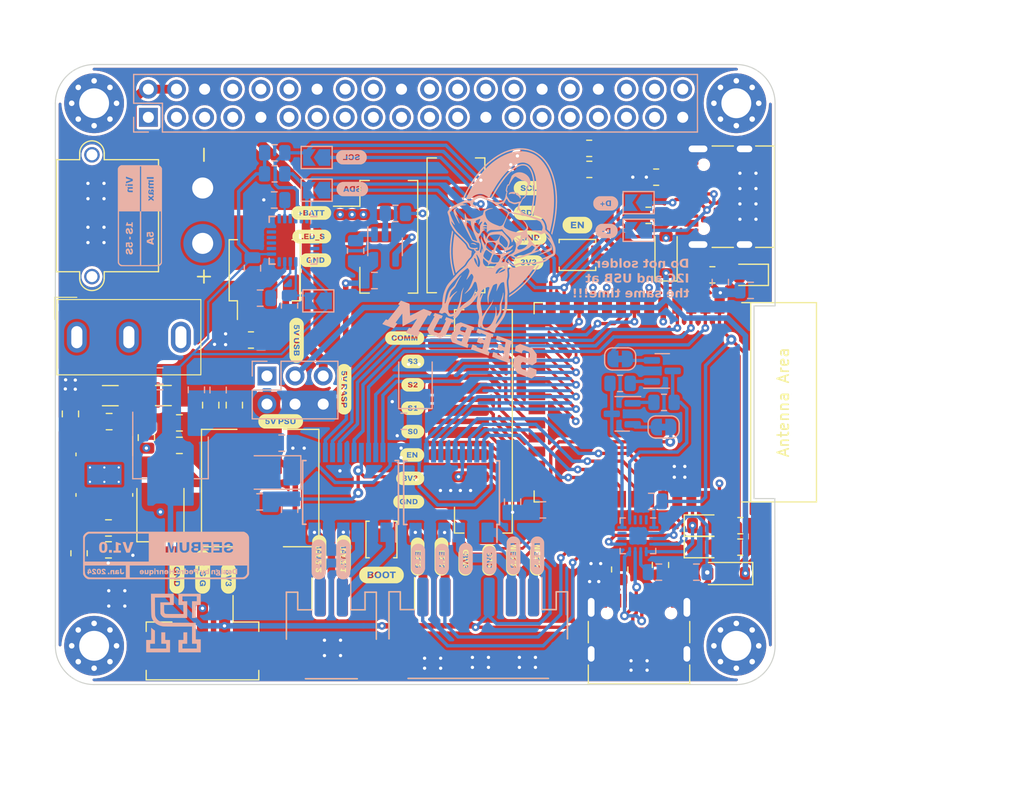
<source format=kicad_pcb>
(kicad_pcb (version 20221018) (generator pcbnew)
  (layers (0 "F.Cu" signal) (1 "In1.Cu" signal) (2 "In2.Cu" signal) (31 "B.Cu" signal) (34 "B.Paste" user) (35 "F.Paste" user) (36 "B.SilkS" user "B.Silkscreen") (37 "F.SilkS" user "F.Silkscreen") (38 "B.Mask" user) (39 "F.Mask" user) (44 "Edge.Cuts" user))
  (net 0 "")
  (net 1 "+3V3")
  (net 2 "GND")
  (net 3 "+5V")
  (net 4 "/ESP32_S3/GPIO0")
  (net 5 "/ESP32_S3/CHIP_PU")
  (net 6 "VBUS")
  (net 7 "+BATT")
  (net 8 "/ESP32_S3/USB_DP")
  (net 9 "/ESP32_S3/USB_DN")
  (net 10 "/ESP32_S3/GPIO20")
  (net 11 "/ESP32_S3/GPIO19")
  (net 12 "Net-(D201-A)")
  (net 13 "Net-(J201-CC1)")
  (net 15 "Net-(J201-CC2)")
  (net 16 "/ESP32_S3/DTR")
  (net 17 "/ESP32_S3/RTS")
  (net 19 "Net-(J202-CC1)")
  (net 21 "/ESP32_S3/U0TXD")
  (net 22 "Net-(J202-CC2)")
  (net 23 "/ESP32_S3/U0RXD")
  (net 25 "/Peripherals/MA1.1")
  (net 26 "/Peripherals/MA1.2")
  (net 27 "/ESP32_S3/GPIO4")
  (net 28 "/ESP32_S3/GPIO5")
  (net 29 "/ESP32_S3/GPIO6")
  (net 30 "/ESP32_S3/GPIO7")
  (net 31 "/ESP32_S3/GPIO15")
  (net 32 "/ESP32_S3/GPIO16")
  (net 33 "/ESP32_S3/GPIO17")
  (net 34 "/ESP32_S3/GPIO18")
  (net 35 "/ESP32_S3/GPIO8")
  (net 36 "/ESP32_S3/GPIO3")
  (net 37 "/ESP32_S3/GPIO46")
  (net 38 "/ESP32_S3/GPIO9")
  (net 39 "/ESP32_S3/GPIO10")
  (net 40 "/ESP32_S3/GPIO11")
  (net 41 "/ESP32_S3/GPIO13")
  (net 42 "/ESP32_S3/GPIO14")
  (net 43 "/ESP32_S3/GPIO21")
  (net 44 "/ESP32_S3/GPIO47")
  (net 45 "/ESP32_S3/GPIO48")
  (net 46 "/ESP32_S3/GPIO45")
  (net 47 "/ESP32_S3/GPIO35")
  (net 48 "/ESP32_S3/GPIO36")
  (net 49 "/ESP32_S3/GPIO37")
  (net 50 "/ESP32_S3/GPIO38")
  (net 51 "/ESP32_S3/GPIO39")
  (net 52 "/ESP32_S3/GPIO40")
  (net 53 "/ESP32_S3/GPIO41")
  (net 54 "/ESP32_S3/GPIO42")
  (net 55 "/ESP32_S3/GPIO2")
  (net 56 "/ESP32_S3/GPIO1")
  (net 57 "Net-(U303-CPOUT)")
  (net 58 "Net-(U303-REGOUT)")
  (net 59 "/Peripherals/MA2.1")
  (net 60 "/Peripherals/MA2.2")
  (net 61 "/Peripherals/ME1.1")
  (net 62 "/Peripherals/ME1.2")
  (net 63 "Net-(Q201-B)")
  (net 64 "Net-(Q202-B)")
  (net 65 "/Peripherals/ME2.1")
  (net 66 "/ESP32_S3/GPIO12")
  (net 67 "/Peripherals/ME2.2")
  (net 68 "Net-(U401-SS)")
  (net 69 "Net-(U401-BOOT)")
  (net 70 "Net-(D401-K)")
  (net 71 "Net-(U401-FB)")
  (net 73 "Net-(U401-RT{slash}SYNC)")
  (net 115 "Net-(Q101-G)")
  (net 116 "Net-(Q101-S)")
  (net 118 "Net-(J101-Pin_2)")
  (net 119 "Net-(U204-V3)")
  (net 120 "Net-(D210-A)")
  (net 121 "Net-(D211-A)")
  (net 122 "Net-(R303-Pad2)")
  (net 123 "Net-(R302-Pad2)")
  (net 124 "Net-(JP201-A)")
  (net 125 "Net-(JP202-A)")
  (net 131 "/5V_ESP32")
  (net 132 "/5V_PSU")
  (net 134 "/5V_RASP")
  (net 135 "Net-(JP203-A)")
  (net 136 "Net-(JP204-A)")
  (net 137 "/Peripherals/SDA")
  (net 138 "/Peripherals/SCL")
  (net 139 "/Peripherals/LED_OUT")
  (net 140 "/Peripherals/AD0")
  (footprint "Capacitor_SMD:C_0805_2012Metric" (layer "F.Cu") (at 21.2966 63.8354)
    (fp_text reference "R403" hide)
    (fp_text value "17k8")
  )
  (footprint "LOGO" (layer "F.Cu") (at 36.8446 52.2242)
    (fp_text reference "G***" hide)
    (fp_text value "LOGO" hide)
  )
  (footprint "Connector_JST:JST_PH_B4B-PH-SM4-TB_1x04-1MP_P2.00mm_Vertical" (layer "F.Cu") (at 54.4296 34.5244 90)
    (fp_text reference "J308" hide)
    (fp_text value "Conn_01x04_Socket")
  )
  (footprint "LOGO" (layer "F.Cu") (at 45.95 66.1)
    (fp_text reference "G***" hide)
    (fp_text value "LOGO" hide)
  )
  (footprint "Package_SO:Texas_R-PDSO-G8_EP2.95x4.9mm_Mask2.4x3.1mm_ThermalVias" (layer "F.Cu") (at 20.924 57.044 -90)
    (fp_text reference "U401" hide)
    (fp_text value "LMR14050")
  )
  (footprint "LOGO" (layer "F.Cu") (at 39.6132 35.5364)
    (fp_text reference "G***" hide)
    (fp_text value "LOGO" hide)
  )
  (footprint "Capacitor_SMD:C_0805_2012Metric" (layer "F.Cu") (at 17.862 51.557 90)
    (fp_text reference "R401" hide)
    (fp_text value "84k5")
  )
  (footprint "LOGO" (layer "F.Cu") (at 59.3744 34.5204)
    (fp_text reference "G***" hide)
    (fp_text value "LOGO" hide)
  )
  (footprint "Package_SO:SO-8_5.3x6.2mm_P1.27mm" (layer "F.Cu") (at 35.4076 38.5826 90)
    (fp_text reference "Q101" hide)
    (fp_text value "AO4407")
  )
  (footprint "Resistor_SMD:R_0805_2012Metric" (layer "F.Cu") (at 18.6398 64.1402 90)
    (fp_text reference "R402" hide)
    (fp_text value "100k")
  )
  (footprint "MountingHole:MountingHole_2.7mm_M2.5_Pad_Via" (layer "F.Cu") (at 78 23.5)
    (fp_text reference "H103" hide)
    (fp_text value "MountingHole" hide)
  )
  (footprint "LED_SMD:LED_0805_2012Metric" (layer "F.Cu") (at 79.2153 39 180)
    (fp_text reference "D201" hide)
    (fp_text value "RED")
  )
  (footprint "Capacitor_SMD:C_0805_2012Metric" (layer "F.Cu") (at 30.5308 50.7644 90)
    (fp_text reference "C407" hide)
    (fp_text value "47uF")
  )
  (footprint "Diode_SMD:D_SOD-123" (layer "F.Cu") (at 77.125 65.975 180)
    (fp_text reference "D204" hide)
    (fp_text value "D_Schottky")
  )
  (footprint "LOGO" (layer "F.Cu") (at 29.8088 65.8132 -90)
    (fp_text reference "G***" hide)
    (fp_text value "LOGO" hide)
  )
  (footprint "Capacitor_SMD:C_1206_3216Metric" (layer "F.Cu") (at 26.258 49.9)
    (fp_text reference "C410" hide)
    (fp_text value "2u2F")
  )
  (footprint "Inductor_SMD:L_10.4x10.4_H4.8" (layer "F.Cu") (at 34.9974 58.252 90)
    (fp_text reference "L401" hide)
    (fp_text value "8u2")
  )
  (footprint "PCM_Espressif:ESP32-S3-WROOM-1" (layer "F.Cu") (at 69.4894 50.5082 -90)
    (fp_text reference "U202" hide)
    (fp_text value "ESP32-S3-WROOM-1")
  )
  (footprint "Connector_USB:USB_C_Receptacle_G-Switch_GT-USB-7010ASV" (layer "F.Cu") (at 69.213 72.1532)
    (fp_text reference "J201" hide)
    (fp_text value "USB_C_Receptacle_USB2.0")
  )
  (footprint "Connector_JST:JST_PH_S2B-PH-SM4-TB_1x02-1MP_P2.00mm_Horizontal" (layer "F.Cu") (at 41.434 70.9684)
    (fp_text reference "J302" hide)
    (fp_text value "Conn_01x02_Socket")
  )
  (footprint "Resistor_SMD:R_0805_2012Metric" (layer "F.Cu") (at 64.7125 27.575)
    (fp_text reference "R103" hide)
    (fp_text value "4k7")
  )
  (footprint "Resistor_SMD:R_0805_2012Metric" (layer "F.Cu") (at 34.1649 44.8818 180)
    (fp_text reference "R101" hide)
    (fp_text value "2k")
  )
  (footprint "MountingHole:MountingHole_2.7mm_M2.5_Pad_Via" (layer "F.Cu") (at 78 72.5)
    (fp_text reference "H104" hide)
    (fp_text value "MountingHole" hide)
  )
  (footprint "Capacitor_SMD:C_0805_2012Metric" (layer "F.Cu") (at 21.2966 61.8542)
    (fp_text reference "C402" hide)
    (fp_text value "22nF")
  )
  (footprint "Capacitor_SMD:C_0805_2012Metric" (layer "F.Cu") (at 32.6644 50.7644 90)
    (fp_text reference "C408" hide)
    (fp_text value "47uF")
  )
  (footprint "Resistor_SMD:R_0805_2012Metric" (layer "F.Cu") (at 71.15 65.2 90)
    (fp_text reference "R213" hide)
    (fp_text value "5k1")
  )
  (footprint "Capacitor_SMD:C_0805_2012Metric" (layer "F.Cu") (at 27.7012 54.3995 180)
    (fp_text reference "C405" hide)
    (fp_text value "47uF")
  )
  (footprint "MountingHole:MountingHole_2.7mm_M2.5_Pad_Via" (layer "F.Cu") (at 20 23.5)
    (fp_text reference "H101" hide)
    (fp_text value "MountingHole" hide)
  )
  (footprint "Custom:5Amp_Switch" (layer "F.Cu") (at 23.1384 44.6278)
    (fp_text reference "SW101" hide)
    (fp_text value "SW_DPDT_x2" hide)
  )
  (footprint "LOGO" (layer "F.Cu") (at 54.5992 64.4416 -90)
    (fp_text reference "G***" hide)
    (fp_text value "LOGO" hide)
  )
  (footprint "Resistor_SMD:R_0805_2012Metric" (layer "F.Cu") (at 67.47 65.6061 -90)
    (fp_text reference "R212" hide)
    (fp_text value "5k1")
  )
  (footprint "Resistor_SMD:R_0805_2012Metric" (layer "F.Cu") (at 78.3538 63.5892)
    (fp_text reference "R205" hide)
    (fp_text value "1K")
  )
  (footprint "Capacitor_SMD:C_0805_2012Metric" (layer "F.Cu") (at 24.72 53.6985 -90)
    (fp_text reference "C403" hide)
    (fp_text value "0u1F")
  )
  (footprint "LOGO" (layer "F.Cu") (at 63.65 34.5)
    (fp_text reference "G***" hide)
    (fp_text value "LOGO" hide)
  )
  (footprint "LOGO" (layer "F.Cu") (at 41.442 64.2892 -90)
    (fp_text reference "G***" hide)
    (fp_text value "LOGO" hide)
  )
  (footprint "Capacitor_SMD:C_0805_2012Metric" (layer "F.Cu") (at 21.357 52.253 180)
    (fp_text reference "C411" hide)
    (fp_text value "0u1F")
  )
  (footprint "Connector_JST:JST_PH_B3B-PH-SM4-TB_1x03-1MP_P2.00mm_Vertical" (layer "F.Cu") (at 29.7876 71.2136 180)
    (fp_text reference "J301" hide)
    (fp_text value "Conn_01x03_Socket")
  )
  (footprint "Capacitor_SMD:C_1206_3216Metric" (layer "F.Cu") (at 21.461 49.911 180)
    (fp_text reference "C409" hide)
    (fp_text value "2u2F")
  )
  (footprint "Connector_USB:USB_C_Receptacle_G-Switch_GT-USB-7010ASV" (layer "F.Cu") (at 77.6644 31.9398 90)
    (fp_text reference "J202" hide)
    (fp_text value "USB_C_Receptacle_USB2.0")
  )
  (footprint "Connector_JST:JST_PH_B8B-PH-SM4-TB_1x08-1MP_P2.00mm_Vertical" (layer "F.Cu") (at 53.4082 52.2328 -90)
    (fp_text reference "J307" hide)
    (fp_text value "Conn_01x08_Socket")
  )
  (footprint "Resistor_SMD:R_0805_2012Metric" (layer "F.Cu") (at 70.7625 30.175 180)
    (fp_text reference "R215" hide)
    (fp_text value "5k1")
  )
  (footprint "LOGO" (layer "F.Cu") (at 38.2924 44.909 -90)
    (fp_text reference "G***" hide)
    (fp_text value "LOGO" hide)
  )
  (footprint "Button_Switch_SMD:SW_SPST_B3U-1000P" (layer "F.Cu") (at 45.95 62.9 90)
    (fp_text reference "SW201" hide)
    (fp_text value "SW_MEC_5E")
  )
  (footprint "Diode_SMD:D_SOD-123" (layer "F.Cu") (at 71.6534 37.194 90)
    (fp_text reference "D205" hide)
    (fp_text value "D_Schottky")
  )
  (footprint "LOGO" (layer "F.Cu") (at 48.046 52.0972)
    (fp_text reference "G***" hide)
    (fp_text value "LOGO" hide)
  )
  (footprint "Resistor_SMD:R_0805_2012Metric" (layer "F.Cu") (at 70.0625 33.625)
    (fp_text reference "R214" hide)
    (fp_text value "5k1")
  )
  (footprint "Resistor_SMD:R_0805_2012Metric" (layer "F.Cu") (at 64.725 29.475 180)
    (fp_text reference "R102" hide)
    (fp_text value "4k7")
  )
  (footprint "Connector_JST:JST_PH_B3B-PH-SM4-TB_1x03-1MP_P2.00mm_Vertical" (layer "F.Cu") (at 44.8644 35.56 -90)
    (fp_text reference "J306" hide)
    (fp_text value "Conn_01x03_Socket")
  )
  (footprint "Capacitor_SMD:C_0805_2012Metric" (layer "F.Cu") (at 27.702 52.3675 180)
    (fp_text reference "C406" hide)
    (fp_text value "47uF")
  )
  (footprint "Connector_JST:JST_PH_S6B-PH-SM4-TB_1x06-1MP_P2.00mm_Horizontal" (layer "F.Cu") (at 54.7022 70.9378)
    (fp_text reference "J303" hide)
    (fp_text value "Conn_01x06_Socket")
  )
  (footprint "Resistor_SMD:R_0805_2012Metric" (layer "F.Cu") (at 75.8375 39)
    (fp_text reference "R201" hide)
    (fp_text value "1K")
  )
  (footprint "Diode_SMD:D_PowerDI-5" (layer "F.Cu") (at 25.99 59.2935 90)
    (fp_text reference "D401" hide)
    (fp_text value "PDS760-13")
  )
  (footprint "Button_Switch_SMD:SW_SPST_B3U-1000P" (layer "F.Cu") (at 63.65 37.2)
    (fp_text reference "SW202" hide)
    (fp_text value "SW_MEC_5E")
  )
  (footprint "LOGO" (layer "F.Cu") (at 42.585 49.3286 -90)
    (fp_text reference "G***" hide)
    (fp_text value "LOGO" hide)
  )
  (footprint "LED_SMD:LED_0805_2012Metric" (layer "F.Cu") (at 74.9798 61.6392)
    (fp_text reference "D210" hide)
    (fp_text value "BLUE")
  )
  (footprint "MountingHole:MountingHole_2.7mm_M2.5_Pad_Via" (layer "F.Cu") (at 20 72.5)
    (fp_text reference "H102" hide)
    (fp_text value "MountingHole" hide)
  )
  (footprint "Resistor_SMD:R_0805_2012Metric" (layer "F.Cu") (at 78.3625 61.65)
    (fp_text reference "R204" hide)
    (fp_text value "1K")
  )
  (footprint "LED_SMD:LED_0805_2012Metric" (layer "F.Cu") (at 74.9798 63.5892)
    (fp_text reference "D211" hide)
    (fp_text value "GREEN")
  )
  (footprint "Connector_AMASS:AMASS_XT30PW-M_1x02_P2.50mm_Horizontal" (layer "F.Cu") (at 29.805 31.155 90)
    (fp_text reference "J101" hide)
    (fp_text value "Conn_01x02_Pin")
  )
  (footprint "Capacitor_SMD:C_0805_2012Metric" (layer "B.Cu") (at 25.947 50.1114 180)
    (fp_text reference "C205" hide)
    (fp_text value "0,1uF")
  )
  (footprint "Connector_JST:JST_PH_S2B-PH-SM4-TB_1x02-1MP_P2.00mm_Horizontal" (layer "B.Cu") (at 41.4152 70.9526 180)
    (fp_text reference "J304" hide)
    (fp_text value "Conn_01x02_Socket")
  )
  (footprint "Images:ph_logo" (layer "B.Cu") (at 27.1672 70.436 180)
    (fp_text reference "G***" hide)
    (fp_text value "LOGO" hide)
  )
  (footprint "Package_TO_SOT_SMD:SOT-223-3_TabPin2" (layer "B.Cu") (at 26.9 55.5 -90)
    (fp_text reference "U201" hide)
    (fp_text value "AMS1117-3.3")
  )
  (footprint "Package_TO_SOT_SMD:SOT-23" (layer "B.Cu") (at 71.3125 47.675)
    (fp_text reference "Q201" hide)
    (fp_text value "Q_NPN_BCE")
  )
  (footprint "Connector_PinHeader_2.54mm:PinHeader_2x03_P2.54mm_Vertical" (layer "B.Cu") (at 35.6108 48.133 -90)
    (fp_text reference "J102" hide)
    (fp_text value "Conn_01x06_Pin")
  )
  (footprint "LOGO" (layer "B.Cu") (at 43.2454 28.3736 180)
    (fp_text reference "G***" hide)
    (fp_text value "LOGO" hide)
  )
  (footprint "Package_TO_SOT_SMD:SOT-23" (layer "B.Cu") (at 67.6927 51.5492 180)
    (fp_text reference "Q202" hide)
    (fp_text value "Q_NPN_BCE")
  )
  (footprint "Capacitor_SMD:C_0805_2012Metric" (layer "B.Cu") (at 36.9451 54.196 180)
    (fp_text reference "C307" hide)
    (fp_text value "0.1uF")
  )
  (footprint "Capacitor_SMD:C_0805_2012Metric" (layer "B.Cu") (at 74.4 65.85 180)
    (fp_text reference "C214" hide)
    (fp_text value "1uF")
  )
  (footprint "Capacitor_SMD:C_0805_2012Metric" (layer "B.Cu") (at 31.2 49.4 90)
    (fp_text reference "C202" hide)
    (fp_text value "0,1uF")
  )
  (footprint "Capacitor_SMD:C_0805_2012Metric" (layer "B.Cu") (at 57.7951 59.496 90)
    (fp_text reference "C301" hide)
    (fp_text value "0.1uF")
  )
  (footprint "Package_TO_SOT_SMD:SOT-23-5" (layer "B.Cu") (at 46.275 36.4625 -90)
    (fp_text reference "U304" hide)
    (fp_text value "74LVC1G126")
  )
  (footprint "Connector_PinSocket_2.54mm:PinSocket_2x20_P2.54mm_Vertical" (layer "B.Cu") (at 24.9 24.77 -90)
    (fp_text reference "J501" hide)
    (fp_text value "GPIO" hide)
  )
  (footprint "Package_SO:SSOP-24_5.3x8.2mm_P0.65mm" (layer "B.Cu") (at 52.2833 58.668 90)
    (fp_text reference "U301" hide)
    (fp_text value "TB6612FNG")
  )
  (footprint "Images:seebum_version" (layer "B.Cu") (at 26.5068 64.34 180)
    (fp_text reference "G***" hide)
    (fp_text value "LOGO" hide)
  )
  (footprint "Capacitor_SMD:C_0805_2012Metric" (layer "B.Cu") (at 47.975 52.225 180)
    (fp_text reference "C308" hide)
    (fp_text value "0.1uF")
  )
  (footprint "LOGO" (layer "B.Cu") (at 66.207 32.5392 180)
    (fp_text reference "G***" hide)
    (fp_text value "LOGO" hide)
  )
  (footprint "Capacitor_SMD:C_0805_2012Metric" (layer "B.Cu") (at 34.95 59.5 180)
    (fp_text reference "C306" hide)
    (fp_text value "0.1uF")
  )
  (footprint "Capacitor_SMD:C_0805_2012Metric" (layer "B.Cu") (at 76.5556 39.6646 90)
    (fp_text reference "C206" hide)
    (fp_text value "0,1uF")
  )
  (footprint "Capacitor_SMD:C_0805_2012Metric" (layer "B.Cu") (at 29.2356 49.3808 90)
    (fp_text reference "C201" hide)
    (fp_text value "10uF")
  )
  (footprint "LOGO" (layer "B.Cu") (at 43.3216 31.2438 180)
    (fp_text reference "G***" hide)
    (fp_text value "LOGO" hide)
  )
  (footprint "Capacitor_SMD:C_0805_2012Metric" (layer "B.Cu") (at 25.9584 48.1306 180)
    (fp_text reference "C207" hide)
    (fp_text value "10uF")
  )
  (footprint "LOGO" (layer "B.Cu") (at 54.65 64.34 -90)
    (fp_text reference "G***" hide)
    (fp_text value "LOGO" hide)
  )
  (footprint "Resistor_SMD:R_0805_2012Metric" (layer "B.Cu") (at 36.305322 29.875)
    (fp_text reference "R104" hide)
    (fp_text value "4k7")
  )
  (footprint "Capacitor_Tantalum_SMD:CP_EIA-3528-21_Kemet-B" (layer "B.Cu") (at 49.022 48.6145 90)
    (fp_text reference "C303" hide)
    (fp_text value "10uF")
  )
  (footprint "LOGO" (layer "B.Cu") (at 56.174 36.908 160)
    (fp_text reference "G***" hide)
    (fp_text value "LOGO" hide)
  )
  (footprint "Resistor_SMD:R_0805_2012Metric" (layer "B.Cu") (at 71.4707 50.5176 180)
    (fp_text reference "R203" hide)
    (fp_text value "10k")
  )
  (footprint "Jumper:SolderJumper-2_P1.3mm_Bridged_RoundedPad1.0x1.5mm" (layer "B.Cu") (at 71.4332 52.7426)
    (fp_text reference "JP202" hide)
    (fp_text value "SolderJumper_2_Bridged")
  )
  (footprint "Capacitor_Tantalum_SMD:CP_EIA-3528-21_Kemet-B" (layer "B.Cu") (at 36.2076 56.846 180)
    (fp_text reference "C305" hide)
    (fp_text value "10uF")
  )
  (footprint "Resistor_SMD:R_0805_2012Metric" (layer "B.Cu") (at 36.3125 27.975 180)
    (fp_text reference "R105" hide)
    (fp_text value "4k7")
  )
  (footprint "Package_SO:SSOP-24_5.3x8.2mm_P0.65mm" (layer "B.Cu") (at 43.1576 58.646 90)
    (fp_text reference "U302" hide)
    (fp_text value "TB6612FNG")
  )
  (footprint "Capacitor_SMD:C_0805_2012Metric" (layer "B.Cu") (at 37.6576 60.196 -90)
    (fp_text reference "C304" hide)
    (fp_text value "0.1uF")
  )
  (footprint "LOGO" (layer "B.Cu") (at 24.13 33.655 -90)
    (fp_text reference "G***" hide)
    (fp_text value "LOGO" hide)
  )
  (footprint "Sensor_Motion:InvenSense_QFN-24_4x4mm_P0.5mm" (layer "B.Cu") (at 37.9634 35.8742 180)
    (fp_text reference "U303" hide)
    (fp_text value "MPU-6050")
  )
  (footprint "Jumper:SolderJumper-2_P1.3mm_Open_TrianglePad1.0x1.5mm" (layer "B.Cu") (at 69.175 34.975 180)
    (fp_text reference "JP203" hide)
    (fp_text value "SolderJumper_2_Open")
  )
  (footprint "Capacitor_SMD:C_0805_2012Metric" (layer "B.Cu") (at 71 65.85)
    (fp_text reference "C215" hide)
    (fp_text value "100nF")
  )
  (footprint "Capacitor_SMD:C_0805_2012Metric" (layer "B.Cu") (at 60.5217 60.2242)
    (fp_text reference "C302" hide)
    (fp_text value "0.1uF")
  )
  (footprint "Jumper:SolderJumper-2_P1.3mm_Open_TrianglePad1.0x1.5mm" (layer "B.Cu") (at 40.25 41.35 180)
    (fp_text reference "JP301" hide)
    (fp_text value "SolderJumper_2_Open")
  )
  (footprint "Resistor_SMD:R_0805_2012Metric" (layer "B.Cu") (at 67.5024 48.8024)
    (fp_text reference "R202" hide)
    (fp_text value "10k")
  )
  (footprint "Package_DFN_QFN:TQFN-16-1EP_3x3mm_P0.5mm_EP1.23x1.23mm" (layer "B.Cu") (at 69.115 62.565 180)
    (fp_text reference "U204" hide)
    (fp_text value "CH343P")
  )
  (footprint "Capacitor_SMD:C_0805_2012Metric" (layer "B.Cu") (at 35 41.1 180)
    (fp_text reference "C310" hide)
    (fp_text value "0.1uF")
  )
  (footprint "Capacitor_SMD:C_0805_2012Metric" (layer "B.Cu") (at 36.271 32.238 180)
    (fp_text reference "C309" hide)
    (fp_text value "2.2nF")
  )
  (footprint "Resistor_SMD:R_0805_2012Metric" (layer "B.Cu") (at 37.65 41.775 -90)
    (fp_text reference "R301" hide)
    (fp_text value "4k7")
  )
  (footprint "LOGO" (layer "B.Cu") (at 41.3912 64.6956 -90)
    (fp_text reference "G***" hide)
    (fp_text value "LOGO" hide)
  )
  (footprint "Jumper:SolderJumper-2_P1.3mm_Open_TrianglePad1.0x1.5mm" (layer "B.Cu") (at 69.175 32.475 180)
    (fp_text reference "JP204" hide)
    (fp_text value "SolderJumper_2_Open")
  )
  (footprint "Capacitor_SMD:C_0805_2012Metric" (layer "B.Cu") (at 79.2836 40.4012)
    (fp_text reference "C204" hide)
    (fp_text value "10uF")
  )
  (footprint "Capacitor_SMD:C_0805_2012Metric" (layer "B.Cu") (at 34.3 38.4 -90)
    (fp_text reference "C311" hide)
    (fp_text value "0.1uF")
  )
  (footprint "Jumper:SolderJumper-2_P1.3mm_Open_TrianglePad1.0x1.5mm" (layer "B.Cu") (at 40.1 28.4 180)
    (fp_text reference "JP206" hide)
    (fp_text value "SolderJumper_2_Open")
  )
  (footprint "Connector_JST:JST_PH_S6B-PH-SM4-TB_1x06-1MP_P2.00mm_Horizontal" (layer "B.Cu") (at 54.6768 70.9378 180)
    (fp_text reference "J305" hide)
    (fp_text value "Conn_01x06_Socket")
  )
  (footprint "Capacitor_SMD:C_0805_2012Metric" (layer "B.Cu") (at 45.3174 39.512052)
    (fp_text reference "C312" hide)
    (fp_text value "100nF")
  )
  (footprint "Jumper:SolderJumper-2_P1.3mm_Open_TrianglePad1.0x1.5mm" (layer "B.Cu") (at 40.1 31.35 180)
    (fp_text reference "JP205" hide)
    (fp_text value "SolderJumper_2_Open")
  )
  (footprint "Resistor_SMD:R_0805_2012Metric" (layer "B.Cu") (at 47.2125 33.45 180)
    (fp_text reference "R302" hide)
    (fp_text value "330")
  )
  (footprint "Resistor_SMD:R_0805_2012Metric" (layer "B.Cu") (at 43.6182 36.824552 90)
    (fp_text reference "R303" hide)
    (fp_text value "1k")
  )
  (footprint "LOGO" (layer "B.Cu") (at 66.2832 35.0284 180)
    (fp_text reference "G***" hide)
    (fp_text value "LOGO" hide)
  )
  (footprint "Capacitor_SMD:C_0805_2012Metric" (layer "B.Cu") (at 70.33 59.461 180)
    (fp_text reference "C213" hide)
    (fp_text value "1uF")
  )
  (footprint "Jumper:SolderJumper-2_P1.3mm_Bridged_RoundedPad1.0x1.5mm" (layer "B.Cu") (at 67.5082 46.5926 180)
    (fp_text reference "JP201" hide)
    (fp_text value "SolderJumper_2_Bridged")
  )
  (gr_arc (start 81.5 72.5) (mid 80.474874 74.974873) (end 78 76) (stroke (width 0.1)) (layer "Edge.Cuts"))
  (gr_line (start 16.5 23.5) (end 16.5 72.5) (stroke (width 0.1)) (layer "Edge.Cuts"))
  (gr_line (start 20 76) (end 78 76) (stroke (width 0.1)) (layer "Edge.Cuts"))
  (gr_line (start 79.6 41.8) (end 79.6 59.2) (stroke (width 0.1)) (layer "Edge.Cuts"))
  (gr_line (start 79.6 59.2) (end 81.475 59.2) (stroke (width 0.1)) (layer "Edge.Cuts"))
  (gr_line (start 81.5 41.8) (end 81.5 23.5) (stroke (width 0.1)) (layer "Edge.Cuts"))
  (gr_line (start 78 20) (end 20 20) (stroke (width 0.1)) (layer "Edge.Cuts"))
  (gr_arc (start 16.5 23.5) (mid 17.534653 21.034653) (end 20 20) (stroke (width 0.1)) (layer "Edge.Cuts"))
  (gr_arc (start 20 76) (mid 17.525127 74.974874) (end 16.5 72.5) (stroke (width 0.1)) (layer "Edge.Cuts"))
  (gr_line (start 81.5 41.8) (end 79.6 41.8) (stroke (width 0.1)) (layer "Edge.Cuts"))
  (gr_line (start 81.475 59.2) (end 81.5 72.5) (stroke (width 0.1)) (layer "Edge.Cuts"))
  (gr_arc (start 78 20) (mid 80.474873 21.025126) (end 81.5 23.5) (stroke (width 0.1)) (layer "Edge.Cuts"))
  (gr_text "Do not solder \nI2C and USB at \nthe same time!!!" (at 73.7508 41.1752) (layer "B.SilkS") (effects (font (size 0.8 0.8)) (justify left bottom mirror)))
  (segment (start 74.925 39) (end 74.3 39) (width 0.5) (layer "F.Cu") (net 1))
  (segment (start 53.7022 68.0878) (end 53.7022 70.0772) (width 0.3) (layer "F.Cu") (net 1))
  (segment (start 52.9082 57.2328) (end 56.0578 57.2328) (width 0.3) (layer "F.Cu") (net 1))
  (segment (start 67.1 72.9) (end 71.15 72.9) (width 0.3) (layer "F.Cu") (net 1))
  (segment (start 74.65 71.075) (end 77.075 68.65) (width 0.3) (layer "F.Cu") (net 1))
  (segment (start 72.525 37.225) (end 67.725 37.225) (width 0.5) (layer "F.Cu") (net 1))
  (segment (start 59.0006 37.5244) (end 64.7625 31.7625) (width 0.5) (layer "F.Cu") (net 1))
  (segment (start 53.7022 70.0772) (end 54.45 70.825) (width 0.3) (layer "F.Cu") (net 1))
  (segment (start 76.5556 41.682) (end 76.4794 41.7582) (width 0.8) (layer "F.Cu") (net 1))
  (segment (start 71.15 72.9) (end 72.975 71.075) (width 0.3) (layer "F.Cu") (net 1))
  (segment (start 46 70.7) (end 54.325 70.7) (width 0.5) (layer "F.Cu") (net 1))
  (segment (start 74.925 39) (end 74.941 39) (width 0.5) (layer "F.Cu") (net 1))
  (segment (start 78.8 61.175) (end 78.8 46.1) (width 0.3) (layer "F.Cu") (net 1))
  (segment (start 63.525 71.425) (end 65.625 71.425) (width 0.3) (layer "F.Cu") (net 1))
  (segment (start 54.325 70.7) (end 54.45 70.825) (width 0.5) (layer "F.Cu") (net 1))
  (segment (start 76.5556 40.6146) (end 76.5556 41.682) (width 0.8) (layer "F.Cu") (net 1))
  (segment (start 77.55 44.85) (end 76.4794 43.7794) (width 0.3) (layer "F.Cu") (net 1))
  (segment (start 43.85 56.675) (end 43.85 58.7) (width 0.3) (layer "F.Cu") (net 1))
  (segment (start 64.7625 34.2625) (end 64.7625 31.7625) (width 0.5) (layer "F.Cu") (net 1))
  (segment (start 74.941 39) (end 76.5556 40.6146) (width 0.5) (layer "F.Cu") (net 1))
  (segment (start 57.7951 58.9701) (end 57.7951 60.446) (width 0.3) (layer "F.Cu") (net 1))
  (segment (start 64.7625 31.7625) (end 65.625 30.9) (width 0.5) (layer "F.Cu") (net 1))
  (segment (start 79.275 61.65) (end 78.8 61.175) (width 0.3) (layer "F.Cu") (net 1))
  (segment (start 78.8 46.1) (end 77.55 44.85) (width 0.3) (layer "F.Cu") (net 1))
  (segment (start 54.9296 37.5244) (end 59.0006 37.5244) (width 0.5) (layer "F.Cu") (net 1))
  (segment (start 65.625 71.425) (end 67.1 72.9) (width 0.3) (layer "F.Cu") (net 1))
  (segment (start 79.2663 64.064292) (end 79.2663 63.5892) (width 0.3) (layer "F.Cu") (net 1))
  (segment (start 67.725 37.225) (end 64.7625 34.2625) (width 0.5) (layer "F.Cu") (net 1))
  (segment (start 62.925 70.825) (end 63.525 71.425) (width 0.3) (layer "F.Cu") (net 1))
  (segment (start 56.0578 57.2328) (end 57.7951 58.9701) (width 0.3) (layer "F.Cu") (net 1))
  (segment (start 79.275 63.5805) (end 79.2663 63.5892) (width 0.3) (layer "F.Cu") (net 1))
  (segment (start 74.3 39) (end 72.525 37.225) (width 0.5) (layer "F.Cu") (net 1))
  (segment (start 43.85 56.675) (end 44.4078 57.2328) (width 0.3) (layer "F.Cu") (net 1))
  (segment (start 54.45 70.825) (end 62.925 70.825) (width 0.3) (layer "F.Cu") (net 1))
  (segment (start 44.4078 57.2328) (end 52.9082 57.2328) (width 0.3) (layer "F.Cu") (net 1))
  (segment (start 76.4794 43.7794) (end 76.4794 41.7582) (width 0.3) (layer "F.Cu") (net 1))
  (segment (start 65.625 30.9) (end 65.625 27.575) (width 0.5) (layer "F.Cu") (net 1))
  (segment (start 77.075 68.65) (end 77.075 66.255592) (width 0.3) (layer "F.Cu") (net 1))
  (segment (start 79.275 61.65) (end 79.275 63.5805) (width 0.3) (layer "F.Cu") (net 1))
  (segment (start 77.075 66.255592) (end 79.2663 64.064292) (width 0.3) (layer "F.Cu") (net 1))
  (segment (start 72.975 71.075) (end 74.65 71.075) (width 0.3) (layer "F.Cu") (net 1))
  (via (at 54.45 70.825) (size 0.7) (drill 0.3) (layers "F.Cu" "B.Cu") (net 1))
  (via (at 43.85 56.675) (size 0.9) (drill 0.4) (layers "F.Cu" "B.Cu") (net 1))
  (via (at 43.85 58.7) (size 0.9) (drill 0.4) (layers "F.Cu" "B.Cu") (net 1))
  (via (at 77.55 44.85) (size 0.9) (drill 0.4) (layers "F.Cu" "B.Cu") (net 1))
  (via (at 31.775 70.7) (size 0.7) (drill 0.3) (layers "F.Cu" "B.Cu") (net 1))
  (via (at 57.7951 60.446) (size 0.7) (drill 0.3) (layers "F.Cu" "B.Cu") (net 1))
  (via (at 52.9082 57.2328) (size 0.7) (drill 0.3) (layers "F.Cu" "B.Cu") (net 1))
  (via (at 76.5556 40.6146) (size 0.7) (drill 0.3) (layers "F.Cu" "B.Cu") (net 1))
  (via (at 46 70.7) (size 0.7) (drill 0.3) (layers "F.Cu" "B.Cu") (net 1))
  (segment (start 40.975 41.35) (end 40.975 40.54321) (width 0.2) (layer "B.Cu") (net 1))
  (segment (start 29.7 70.7) (end 29.675 70.725) (width 0.5) (layer "B.Cu") (net 1))
  (segment (start 53.2583 55.068) (end 53.2583 56.8827) (width 0.3) (layer "B.Cu") (net 1))
  (segment (start 56.339 70.5) (end 55.6768 69.8378) (width 0.3) (layer "B.Cu") (net 1))
  (segment (start 53.2583 56.8827) (end 52.9082 57.2328) (width 0.3) (layer "B.Cu") (net 1))
  (segment (start 44.1326 55.046) (end 44.1326 56.3924) (width 0.3) (layer "B.Cu") (net 1))
  (segment (start 30.3 44.739) (end 26.9084 48.1306) (width 0.2) (layer "B.Cu") (net 1))
  (segment (start 40.975 41.35) (end 40.975 42.1) (width 0.2) (layer "B.Cu") (net 1))
  (segment (start 43.304 59.246) (end 37.6576 59.246) (width 0.3) (layer "B.Cu") (net 1))
  (segment (start 31.775 70.7) (end 29.7 70.7) (width 0.5) (layer "B.Cu") (net 1))
  (segment (start 40.975 40.54321) (end 38.7134 38.28161) (width 0.2) (layer "B.Cu") (net 1))
  (segment (start 36.918 46.157) (end 28.882 46.157) (width 0.2) (layer "B.Cu") (net 1))
  (segment (start 31.775 70.7) (end 44.317722 70.7) (width 0.5) (layer "B.Cu") (net 1))
  (segment (start 26.9 67.95) (end 26.9 58.65) (width 0.5) (layer "B.Cu") (net 1))
  (segment (start 70.5525 61.815) (end 70.5525 60.1885) (width 0.3) (layer "B.Cu") (net 1))
  (segment (start 34.65 29.875) (end 35.392822 29.875) (width 0.3) (layer "B.Cu") (net 1))
  (segment (start 38.7134 38.28161) (end 38.7134 37.8242) (width 0.2) (layer "B.Cu") (net 1))
  (segment (start 29.675 70.725) (end 26.9 67.95) (width 0.5) (layer "B.Cu") (net 1))
  (segment (start 33.05 36.2) (end 33.05 31.475) (width 0.3) (layer "B.Cu") (net 1))
  (segment (start 61.175 65.55) (end 61.175 69.55) (width 0.3) (layer "B.Cu") (net 1))
  (segment (start 61.175 69.55) (end 60.225 70.5) (width 0.3) (layer "B.Cu") (net 1))
  (segment (start 34.3 37.45) (end 30.3 41.45) (width 0.2) (layer "B.Cu") (net 1))
  (segment (start 75.225 59.075) (end 75.225 47.175) (width 0.3) (layer "B.Cu") (net 1))
  (segment (start 70.5525 60.1885) (end 71.28 59.461) (width 0.3) (layer "B.Cu") (net 1))
  (segment (start 57.7951 60.446) (end 57.7951 62.1701) (width 0.3) (layer "B.Cu") (net 1))
  (segment (start 30.3 41.45) (end 30.3 44.739) (width 0.2) (layer "B.Cu") (net 1))
  (segment (start 78.1202 40.6146) (end 78.3336 40.4012) (width 0.8) (layer "B.Cu") (net 1))
  (segment (start 44.1326 56.3924) (end 43.85 56.675) (width 0.3) (layer "B.Cu") (net 1))
  (segment (start 40.975 42.1) (end 36.918 46.157) (width 0.2) (layer "B.Cu") (net 1))
  (segment (start 34.3 37.45) (end 33.05 36.2) (width 0.3) (layer "B.Cu") (net 1))
  (segment (start 55.6768 69.5982) (end 55.6768 68.0878) (width 0.3) (layer "B.Cu") (net 1))
  (segment (start 35.4 29.867822) (end 35.392822 29.875) (width 0.3) (layer "B.Cu") (net 1))
  (segment (start 60.225 70.5) (end 56.339 70.5) (width 0.3) (layer "B.Cu") (net 1))
  (segment (start 36.0134 37.1242) (end 34.6258 37.1242) (width 0.2) (layer "B.Cu") (net 1))
  (segment (start 43.85 58.7) (end 43.304 59.246) (width 0.3) (layer "B.Cu") (net 1))
  (segment (start 57.7951 62.1701) (end 61.175 65.55) (width 0.3) (layer "B.Cu") (net 1))
  (segment (start 33.05 31.475) (end 34.65 29.875) (width 0.3) (layer "B.Cu") (net 1))
  (segment (start 55.6768 69.8378) (end 55.6768 68.0878) (width 0.3) (layer "B.Cu") (net 1))
  (segment (start 71.28 59.461) (end 74.839 59.461) (width 0.3) (layer "B.Cu") (net 1))
  (segment (start 35.4 27.975) (end 35.4 29.867822) (width 0.3) (layer "B.Cu") (net 1))
  (segment (start 44.317722 70.7) (end 46 70.7) (width 0.5) (layer "B.Cu") (net 1))
  (segment (start 34.6258 37.1242) (end 34.3 37.45) (width 0.2) (layer "B.Cu") (net 1))
  (segment (start 74.839 59.461) (end 75.225 59.075) (width 0.3) (layer "B.Cu") (net 1))
  (segment (start 76.5556 40.6146) (end 78.1202 40.6146) (width 0.8) (layer "B.Cu") (net 1))
  (segment (start 54.45 70.825) (end 55.6768 69.5982) (width 0.3) (layer "B.Cu") (net 1))
  (segment (start 75.225 47.175) (end 77.55 44.85) (width 0.3) (layer "B.Cu") (net 1))
  (via (at 64.875 65.075) (size 0.7) (drill 0.3) (layers "F.Cu" "B.Cu") (net 2))
  (via (at 19.443 36.0834) (size 0.7) (drill 0.3) (layers "F.Cu" "B.Cu") (net 2))
  (via (at 51.275 58.475) (size 0.7) (drill 0.3) (layers "F.Cu" "B.Cu") (net 2))
  (via (at 72.4 57.275) (size 0.7) (drill 0.3) (layers "F.Cu" "B.Cu") (net 2))
  (via (at 20.8934 30.7358) (size 0.7) (drill 0.3) (layers "F.Cu" "B.Cu") (net 2))
  (via (at 19.443 30.7358) (size 0.7) (drill 0.3) (layers "F.Cu" "B.Cu") (net 2))
  (via (at 54.1648 74.4492) (size 0.7) (drill 0.3) (layers "F.Cu" "B.Cu") (net 2))
  (via (at 20.8934 34.6982) (size 0.7) (drill 0.3) (layers "F.Cu" "B.Cu") (net 2))
  (via (at 51.2972 74.5254) (size 0.7) (drill 0.3) (layers "F.Cu" "B.Cu") (net 2))
  (via (at 78.3228 29.8214) (size 0.7) (drill 0.3) (layers "F.Cu" "B.Cu") (net 2))
  (via (at 69.9408 73.8514) (size 0.7) (drill 0.3) (layers "F.Cu" "B.Cu") (net 2))
  (via (at 58.4066 73.5466) (size 0.7) (drill 0.3) (layers "F.Cu" "B.Cu") (net 2))
  (via (at 65.75 65.075) (size 0.7) (drill 0.3) (layers "F.Cu" "B.Cu") (net 2))
  (via (at 68.4904 74.7032) (size 0.7) (drill 0.3) (layers "F.Cu" "B.Cu") (net 2))
  (via (at 42.2548 71.9972) (size 0.7) (drill 0.3) (layers "F.Cu" "B.Cu") (net 2))
  (via (at 31.875 44.325) (size 0.7) (drill 0.3) (layers "F.Cu" "B.Cu") (net 2))
  (via (at 19.443 34.6982) (size 0.7) (drill 0.3) (layers "F.Cu" "B.Cu") (net 2))
  (via (at 20.8934 36.0834) (size 0.7) (drill 0.3) (layers "F.Cu" "B.Cu") (net 2))
  (via (at 78.3228 32.5918) (size 0.7) (drill 0.3) (layers "F.Cu" "B.Cu") (net 2))
  (via (at 73.35 57.275) (size 0.7) (drill 0.3) (layers "F.Cu" "B.Cu") (net 2))
  (via (at 46.925 50.45) (size 0.7) (drill 0.3) (layers "F.Cu" "B.Cu") (net 2))
  (via (at 21.275 65.025) (size 0.7) (drill 0.3) (layers "F.Cu" "B.Cu") (net 2))
  (via (at 49.8468 73.6228) (size 0.7) (drill 0.3) (layers "F.Cu" "B.Cu") (net 2))
  (via (at 18.3 48.5) (size 0.7) (drill 0.3) (layers "F.Cu" "B.Cu") (net 2))
  (via (at 21.3226 68.912) (size 0.7) (drill 0.3) (layers "F.Cu" "B.Cu") (net 2))
  (via (at 51.2972 73.6228) (size 0.7) (drill 0.3) (layers "F.Cu" "B.Cu") (net 2))
  (via (at 78.3228 31.2066) (size 0.7) (drill 0.3) (layers "F.Cu" "B.Cu") (net 2))
  (via (at 49.35 47.075) (size 0.7) (drill 0.3) (layers "F.Cu" "B.Cu") (net 2))
  (via (at 53.075 58.475) (size 0.7) (drill 0.3) (layers "F.Cu" "B.Cu") (net 2))
  (via (at 49.8468 74.5254) (size 0.7) (drill 0.3) (layers "F.Cu" "B.Cu") (net 2))
  (via (at 59.857 74.4492) (size 0.7) (drill 0.3) (layers "F.Cu" "B.Cu") (net 2))
  (via (at 22.773 67.5268) (size 0.7) (drill 0.3) (layers "F.Cu" "B.Cu") (net 2))
  (via (at 68.4904 73.8514) (size 0.7) (drill 0.3) (layers "F.Cu" "B.Cu") (net 2))
  (via (at 79.7732 29.8214) (size 0.7) (drill 0.3) (layers "F.Cu" "B.Cu") (net 2))
  (via (at 59.857 73.5466) (size 0.7) (drill 0.3) (layers "F.Cu" "B.Cu") (net 2))
  (via (at 55.6152 74.4492) (size 0.7) (drill 0.3) (layers "F.Cu" "B.Cu") (net 2))
  (via (at 22.773 68.912) (size 0.7) (drill 0.3) (layers "F.Cu" "B.Cu") (net 2))
  (via (at 79.7732 33.977) (size 0.7) (drill 0.3) (layers "F.Cu" "B.Cu") (net 2))
  (via (at 79.7732 31.2066) (size 0.7) (drill 0.3) (layers "F.Cu" "B.Cu") (net 2))
  (via (at 78.3228 33.977) (size 0.7) (drill 0.3) (layers "F.Cu" "B.Cu") (net 2))
  (via (at 58.4066 74.4492) (size 0.7) (drill 0.3) (layers "F.Cu" "B.Cu") (net 2))
  (via (at 42.2548 73.3824) (size 0.7) (drill 0.3) (layers "F.Cu" "B.Cu") (net 2))
  (via (at 54.1648 73.5466) (size 0.7) (drill 0.3) (layers "F.Cu" "B.Cu") (net 2))
  (via (at 72.4 56.3) (size 0.7) (drill 0.3) (layers "F.Cu" "B.Cu") (net 2))
  (via (at 40.8044 71.9972) (size 0.7) (drill 0.3) (layers "F.Cu" "B.Cu") (net 2))
  (via (at 48.4 47.075) (size 0.7) (drill 0.3) (layers "F.Cu" "B.Cu") (net 2))
  (via (at 19.443 32.121) (size 0.7) (drill 0.3) (layers "F.Cu" "B.Cu") (net 2))
  (via (at 64.75 66.7) (size 0.7) (drill 0.3) (layers "F.Cu" "B.Cu") (net 2))
  (via (at 69.9408 74.7032) (size 0.7) (drill 0.3) (layers "F.Cu" "B.Cu") (net 2))
  (via (at 47.375 53.525) (size 0.7) (drill 0.3) (layers "F.Cu" "B.Cu") (net 2))
  (via (at 31.875 45.3) (size 0.7) (drill 0.3) (layers "F.Cu" "B.Cu") (net 2))
  (via (at 65.575 66.7) (size 0.7) (drill 0.3) (layers "F.Cu" "B.Cu") (net 2))
  (via (at 68.65 30.175) (size 0.7) (drill 0.3) (layers "F.Cu" "B.Cu") (net 2))
  (via (at 54 58.475) (size 0.7) (drill 0.3) (layers "F.Cu" "B.Cu") (net 2))
  (via (at 35.325 32.225) (size 0.7) (drill 0.3) (layers "F.Cu" "B.Cu") (net 2))
  (via (at 17.425 48.475) (size 0.7) (drill 0.3) (layers "F.Cu" "B.Cu") (net 2))
  (via (at 73.35 56.3) (size 0.7) (drill 0.3) (layers "F.Cu" "B.Cu") (net 2))
  (via (at 69.875 30.175) (size 0.7) (drill 0.3) (layers "F.Cu" "B.Cu") (net 2))
  (via (at 40.8044 73.3824) (size 0.7) (drill 0.3) (layers "F.Cu" "B.Cu") (net 2))
  (via (at 52.2 58.475) (size 0.7) (drill 0.3) (layers "F.Cu" "B.Cu") (net 2))
  (via (at 21.3226 67.5268) (size 0.7) (drill 0.3) (layers "F.Cu" "B.Cu") (net 2))
  (via (at 17.4 49.3) (size 0.7) (drill 0.3) (layers "F.Cu" "B.Cu") (net 2))
  (via (at 42.2 56.7) (size 0.7) (drill 0.3) (layers "F.Cu" "B.Cu") (net 2))
  (via (at 18.3 49.325) (size 0.7) (drill 0.3) (layers "F.Cu" "B.Cu") (net 2))
  (via (at 55.6152 73.5466) (size 0.7) (drill 0.3) (layers "F.Cu" "B.Cu") (net 2))
  (via (at 30.875 45.275) (size 0.7) (drill 0.3) (layers "F.Cu" "B.Cu") (net 2))
  (via (at 20.8934 32.121) (size 0.7) (drill 0.3) (layers "F.Cu" "B.Cu") (net 2))
  (via (at 23.5 64.325) (size 0.7) (drill 0.3) (layers "F.Cu" "B.Cu") (net 2))
  (via (at 79.7732 32.5918) (size 0.7) (drill 0.3) (layers "F.Cu" "B.Cu") (net 2))
  (segment (start 37.2134 37.8242) (end 37.2134 38.3866) (width 0.2) (layer "B.Cu") (net 2))
  (segment (start 37.2134 38.3866) (end 36.85 38.75) (width 0.2) (layer "B.Cu") (net 2))
  (segment (start 42.725 48.6388) (end 42.725 39.75) (width 0.5) (layer "F.Cu") (net 3))
  (segment (start 40.6908 50.673) (end 42.725 48.6388) (width 0.5) (layer "F.Cu") (net 3))
  (via (at 42.725 39.75) (size 0.7) (drill 0.3) (layers "F.Cu" "B.Cu") (net 3))
  (segment (start 44.129452 39.75) (end 44.3674 39.512052) (width 0.5) (layer "B.Cu") (net 3))
  (segment (start 42.725 39.75) (end 44.129452 39.75) (width 0.5) (layer "B.Cu") (net 3))
  (segment (start 51.7 60.45) (end 52.95 61.7) (width 0.25) (layer "F.Cu") (net 4))
  (segment (start 72.025 54.075) (end 62 54.075) (width 0.3) (layer "F.Cu") (net 4))
  (segment (start 52.95 62.7) (end 53.95 63.7) (width 0.25) (layer "F.Cu") (net 4))
  (segment (start 61.2394 54.8356) (end 61.2394 59.2582) (width 0.3) (layer "F.Cu") (net 4))
  (segment (start 45.95 61.2) (end 46.7 60.45) (width 0.25) (layer "F.Cu") (net 4))
  (segment (start 53.95 63.7) (end 58.7 63.7) (width 0.25) (layer "F.Cu") (net 4))
  (segment (start 46.7 60.45) (end 51.7 60.45) (width 0.25) (layer "F.Cu") (net 4))
  (segment (start 61.2394 61.1606) (end 61.2394 59.2582) (width 0.25) (layer "F.Cu") (net 4))
  (segment (start 58.7 63.7) (end 61.2394 61.1606) (width 0.25) (layer "F.Cu") (net 4))
  (segment (start 52.95 61.7) (end 52.95 62.7) (width 0.25) (layer "F.Cu") (net 4))
  (segment (start 62 54.075) (end 61.2394 54.8356) (width 0.3) (layer "F.Cu") (net 4))
  (via (at 72.025 54.075) (size 0.9) (drill 0.4) (layers "F.Cu" "B.Cu") (net 4))
  (segment (start 72.0832 54.0168) (end 72.025 54.075) (width 0.3) (layer "B.Cu") (net 4))
  (segment (start 72.0832 52.7426) (end 72.0832 54.0168) (width 0.3) (layer "B.Cu") (net 4))
  (segment (start 75.2 41.7676) (end 75.2094 41.7582) (width 0.3) (layer "F.Cu") (net 5))
  (segment (start 75.2 43.8) (end 75.2 41.7676) (width 0.3) (layer "F.Cu") (net 5))
  (segment (start 69.2 37.95) (end 71.45 40.2) (width 0.25) (layer "F.Cu") (net 5))
  (segment (start 75.2094 41.2094) (end 75.2094 41.7582) (width 0.25) (layer "F.Cu") (net 5))
  (segment (start 71.45 40.2) (end 74.2 40.2) (width 0.25) (layer "F.Cu") (net 5))
  (segment (start 66.45 37.2) (end 67.2 37.95) (width 0.25) (layer "F.Cu") (net 5))
  (segment (start 74.2 40.2) (end 75.2094 41.2094) (width 0.25) (layer "F.Cu") (net 5))
  (segment (start 65.35 37.2) (end 66.45 37.2) (width 0.25) (layer "F.Cu") (net 5))
  (segment (start 67.2 37.95) (end 69.2 37.95) (width 0.25) (layer "F.Cu") (net 5))
  (via (at 75.2 43.8) (size 0.7) (drill 0.3) (layers "F.Cu" "B.Cu") (net 5))
  (segment (start 73.675 45.325) (end 75.2 43.8) (width 0.3) (layer "B.Cu") (net 5))
  (segment (start 66.8582 46.5926) (end 66.8582 45.8426) (width 0.3) (layer "B.Cu") (net 5))
  (segment (start 66.8582 45.8426) (end 67.3758 45.325) (width 0.3) (layer "B.Cu") (net 5))
  (segment (start 67.3758 45.325) (end 73.675 45.325) (width 0.3) (layer "B.Cu") (net 5))
  (segment (start 71.613 69.083606) (end 70.725 69.971606) (width 0.2) (layer "F.Cu") (net 6))
  (segment (start 64.65 70.85) (end 63.75 69.95) (width 0.2) (layer "F.Cu") (net 6))
  (segment (start 71.6534 35.544) (end 71.6 35.525) (width 0.3) (layer "F.Cu") (net 6))
  (segment (start 69.986396 71.45) (end 68.913604 71.45) (width 0.2) (layer "F.Cu") (net 6))
  (segment (start 73.0194 29.5398) (end 73.9394 29.5398) (width 0.3) (layer "F.Cu") (net 6))
  (segment (start 71.613 68.4282) (end 71.613 69.083606) (width 0.2) (layer "F.Cu") (net 6))
  (segment (start 68.913604 71.45) (end 68.313604 70.85) (width 0.2) (layer "F.Cu") (net 6))
  (segment (start 64.3 65.875) (end 65.8 65.875) (width 0.2) (layer "F.Cu") (net 6))
  (segment (start 71.613 67.4082) (end 71.8462 67.175) (width 0.5) (layer "F.Cu") (net 6))
  (segment (start 66.813 67.613) (end 66.813 68.4282) (width 0.2) (layer "F.Cu") (net 6))
  (segment (start 71.5796 28.1) (end 73.0194 29.5398) (width 0.3) (layer "F.Cu") (net 6))
  (segment (start 63.75 66.425) (end 64.3 65.875) (width 0.2) (layer "F.Cu") (net 6))
  (segment (start 66.225 66.3) (end 66.225 67.025) (width 0.2) (layer "F.Cu") (net 6))
  (segment (start 75.375 65.875) (end 75.475 65.975) (width 0.5) (layer "F.Cu") (net 6))
  (segment (start 67.325 29.875) (end 69.1 28.1) (width 0.3) (layer "F.Cu") (net 6))
  (segment (start 66.225 67.025) (end 66.813 67.613) (width 0.2) (layer "F.Cu") (net 6))
  (segment (start 68.844 35.544) (end 67.325 34.025) (width 0.3) (layer "F.Cu") (net 6))
  (segment (start 71.6534 35.544) (end 68.844 35.544) (width 0.3) (layer "F.Cu") (net 6))
  (segment (start 71.6534 35.4466) (end 72.7602 34.3398) (width 0.3) (layer "F.Cu") (net 6))
  (segment (start 70.725 69.971606) (end 70.725 70.711396) (width 0.2) (layer "F.Cu") (net 6))
  (segment (start 72.35 62.5) (end 72.325 62.525) (width 0.3) (layer "F.Cu") (net 6))
  (segment (start 67.325 34.025) (end 67.325 29.875) (width 0.3) (layer "F.Cu") (net 6))
  (segment (start 69.1 28.1) (end 71.5796 28.1) (width 0.3) (layer "F.Cu") (net 6))
  (segment (start 71.613 68.4282) (end 71.613 67.4082) (width 0.5) (layer "F.Cu") (net 6))
  (segment (start 70.725 70.711396) (end 69.986396 71.45) (width 0.2) (layer "F.Cu") (net 6))
  (segment (start 66.813 68.4282) (end 66.813 67.6082) (width 0.2) (layer "F.Cu") (net 6))
  (segment (start 72.325 62.525) (end 67.05 62.525) (width 0.3) (layer "F.Cu") (net 6))
  (segment (start 72.7602 34.3398) (end 73.9394 34.3398) (width 0.3) (layer "F.Cu") (net 6))
  (segment (start 71.6 35.525) (end 71.6534 35.4466) (width 0.3) (layer "F.Cu") (net 6))
  (segment (start 71.8462 67.175) (end 75.025 67.175) (width 0.5) (layer "F.Cu") (net 6))
  (segment (start 68.313604 70.85) (end 64.65 70.85) (width 0.2) (layer "F.Cu") (net 6))
  (segment (start 65.8 65.875) (end 66.225 66.3) (width 0.2) (layer "F.Cu") (net 6))
  (segment (start 75.025 67.175) (end 75.475 66.725) (width 0.5) (layer "F.Cu") (net 6))
  (segment (start 67.05 62.525) (end 66.475 63.1) (width 0.3) (layer "F.Cu") (net 6))
  (segment (start 63.75 69.95) (end 63.75 66.425) (width 0.2) (layer "F.Cu") (net 6))
  (segment (start 75.475 66.725) (end 75.375 65.875) (width 0.5) (layer "F.Cu") (net 6))
  (via (at 71.6534 35.675) (size 0.7) (drill 0.3) (layers "F.Cu" "B.Cu") (net 6))
  (via (at 66.475 63.1) (size 0.7) (drill 0.3) (layers "F.Cu" "B.Cu") (net 6))
  (via (at 72.35 62.5) (size 0.7) (drill 0.3) (layers "F.Cu" "B.Cu") (net 6))
  (via (at 75.375 65.875) (size 0.9) (drill 0.4) (layers "F.Cu" "B.Cu") (net 6))
  (segment (start 71.54505 62.815) (end 70.5525 62.815) (width 0.3) (layer "B.Cu") (net 6))
  (segment (start 72.35 62.5) (end 72.35 62.01005) (width 0.3) (layer "B.Cu") (net 6))
  (segment (start 75.35 61.625) (end 75.35 65.85) (width 0.3) (layer "B.Cu") (net 6))
  (segment (start 72.35 62.01005) (end 73.56005 60.8) (width 0.3) (layer "B.Cu") (net 6))
  (segment (start 72.35 62.5) (end 71.86005 62.5) (width 0.3) (layer "B.Cu") (net 6))
  (segment (start 71.86005 62.5) (end 71.54505 62.815) (width 0.3) (layer "B.Cu") (net 6))
  (segment (start 66.475 63.1) (end 66.69 63.315) (width 0.3) (layer "B.Cu") (net 6))
  (segment (start 74.525 60.8) (end 75.35 61.625) (width 0.3) (layer "B.Cu") (net 6))
  (segment (start 66.69 63.315) (end 67.6775 63.315) (width 0.3) (layer "B.Cu") (net 6))
  (segment (start 73.56005 60.8) (end 74.525 60.8) (width 0.3) (layer "B.Cu") (net 6))
  (via (at 42.225 33.55) (size 0.7) (drill 0.3) (layers "F.Cu" "B.Cu") (net 7))
  (via (at 43.3 33.55) (size 0.7) (drill 0.3) (layers "F.Cu" "B.Cu") (net 7))
  (via (at 44.325 33.55) (size 0.7) (drill 0.3) (layers "F.Cu" "B.Cu") (net 7))
  (via (at 47.725 55.5) (size 0.7) (drill 0.3) (layers "F.Cu" "B.Cu") (net 7))
  (via (at 37.95 54.65) (size 0.7) (drill 0.3) (layers "F.Cu" "B.Cu") (net 7))
  (via (at 47.725 54.65) (size 0.7) (drill 0.3) (layers "F.Cu" "B.Cu") (net 7))
  (via (at 38.975 54.65) (size 0.7) (drill 0.3) (layers "F.Cu" "B.Cu") (net 7))
  (segment (start 49.3583 55.068) (end 49.3583 58.1083) (width 0.3) (layer "B.Cu") (net 7))
  (segment (start 54.375 59.775) (end 55.8583 58.2917) (width 0.3) (layer "B.Cu") (net 7))
  (segment (start 51.025 59.775) (end 54.375 59.775) (width 0.3) (layer "B.Cu") (net 7))
  (segment (start 46.7326 55.046) (end 46.7326 56.221) (width 0.3) (layer "B.Cu") (net 7))
  (segment (start 45.2036 57.75) (end 41.7616 57.75) (width 0.3) (layer "B.Cu") (net 7))
  (segment (start 49.3583 58.1083) (end 51.025 59.775) (width 0.3) (layer "B.Cu") (net 7))
  (segment (start 46.7326 56.221) (end 45.2036 57.75) (width 0.3) (layer "B.Cu") (net 7))
  (segment (start 55.8583 58.2917) (end 55.8583 55.068) (width 0.3) (layer "B.Cu") (net 7))
  (segment (start 40.2326 56.221) (end 40.2326 55.046) (width 0.3) (layer "B.Cu") (net 7))
  (segment (start 41.7616 57.75) (end 40.2326 56.221) (width 0.3) (layer "B.Cu") (net 7))
  (segment (start 70.25 69.85) (end 70.25 70.55) (width 0.3) (layer "F.Cu") (net 8))
  (segment (start 69.963 68.4282) (end 69.963 69.563) (width 0.3) (layer "F.Cu") (net 8))
  (segment (start 69.1 71) (end 68.65 70.55) (width 0.3) (layer "F.Cu") (net 8))
  (segment (start 70.25 70.55) (end 69.8 71) (width 0.3) (layer "F.Cu") (net 8))
  (segment (start 68.963 67.237) (end 69 67.2) (width 0.3) (layer "F.Cu") (net 8))
  (segment (start 68.65 69.85) (end 68.963 69.537) (width 0.3) (layer "F.Cu") (net 8))
  (segment (start 68.65 70.55) (end 68.65 69.85) (width 0.3) (layer "F.Cu") (net 8))
  (segment (start 69.8 71) (end 69.1 71) (width 0.3) (layer "F.Cu") (net 8))
  (segment (start 69.963 69.563) (end 70.25 69.85) (width 0.3) (layer "F.Cu") (net 8))
  (segment (start 68.963 69.537) (end 68.963 68.4282) (width 0.3) (layer "F.Cu") (net 8))
  (segment (start 68.963 68.4282) (end 68.963 67.237) (width 0.3) (layer "F.Cu") (net 8))
  (via (at 69 67.2) (size 0.8) (drill 0.4) (layers "F.Cu" "B.Cu") (net 8))
  (segment (start 69 67.2) (end 68.865 67.065) (width 0.3) (layer "B.Cu") (net 8))
  (segment (start 68.865 67.065) (end 68.865 64.0025) (width 0.3) (layer "B.Cu") (net 8))
  (segment (start 69.45 70.25) (end 69.463 70.237) (width 0.3) (layer "F.Cu") (net 9))
  (segment (start 69.463 70.237) (end 69.463 68.4282) (width 0.3) (layer "F.Cu") (net 9))
  (segment (start 68.463 68.4282) (end 68.463 69.231687) (width 0.3) (layer "F.Cu") (net 9))
  (segment (start 68.463 69.231687) (end 67.902209 69.792478) (width 0.3) (layer "F.Cu") (net 9))
  (via (at 69.45 70.25) (size 0.8) (drill 0.4) (layers "F.Cu" "B.Cu") (net 9))
  (via (at 67.902209 69.792478) (size 0.8) (drill 0.4) (layers "F.Cu" "B.Cu") (net 9))
  (segment (start 67.902209 64.465291) (end 68.365 64.0025) (width 0.3) (layer "B.Cu") (net 9))
  (segment (start 68.992478 69.792478) (end 69.45 70.25) (width 0.3) (layer "B.Cu") (net 9))
  (segment (start 67.902209 69.792478) (end 67.902209 64.465291) (width 0.3) (layer "B.Cu") (net 9))
  (segment (start 67.902209 69.792478) (end 68.992478 69.792478) (width 0.3) (layer "B.Cu") (net 9))
  (segment (start 61.2394 39.6856) (end 61.2394 41.7582) (width 0.3) (layer "F.Cu") (net 10))
  (segment (start 61.55 39.375) (end 61.2394 39.6856) (width 0.3) (layer "F.Cu") (net 10))
  (via (at 61.55 39.375) (size 0.7) (drill 0.3) (layers "F.Cu" "B.Cu") (net 10))
  (segment (start 61.55 39.375) (end 68.45 32.475) (width 0.3) (layer "B.Cu") (net 10))
  (segment (start 54.5 31.6) (end 51.3 28.4) (width 0.3) (layer "B.Cu") (net 10))
  (segment (start 61.55 37.525) (end 55.625 31.6) (width 0.3) (layer "B.Cu") (net 10))
  (segment (start 51.3 28.4) (end 40.825 28.4) (width 0.3) (layer "B.Cu") (net 10))
  (segment (start 61.55 39.375) (end 61.55 37.525) (width 0.3) (layer "B.Cu") (net 10))
  (segment (start 55.625 31.6) (end 54.5 31.6) (width 0.3) (layer "B.Cu") (net 10))
  (segment (start 62.45 40.15) (end 62.45 41.6988) (width 0.3) (layer "F.Cu") (net 11))
  (segment (start 62.45 41.6988) (end 62.5094 41.7582) (width 0.3) (layer "F.Cu") (net 11))
  (via (at 62.45 40.15) (size 0.7) (drill 0.3) (layers "F.Cu" "B.Cu") (net 11))
  (segment (start 62.45 40.15) (end 59.825 40.15) (width 0.3) (layer "B.Cu") (net 11))
  (segment (start 51.025 31.35) (end 40.825 31.35) (width 0.3) (layer "B.Cu") (net 11))
  (segment (start 59.825 40.15) (end 51.025 31.35) (width 0.3) (layer "B.Cu") (net 11))
  (segment (start 67.4 35.2) (end 67.425 35.2) (width 0.3) (layer "B.Cu") (net 11))
  (segment (start 62.45 40.15) (end 67.4 35.2) (width 0.3) (layer "B.Cu") (net 11))
  (segment (start 67.425 35.2) (end 67.65 34.975) (width 0.3) (layer "B.Cu") (net 11))
  (segment (start 67.65 34.975) (end 68.45 34.975) (width 0.3) (layer "B.Cu") (net 11))
  (segment (start 76.75 39) (end 78.2778 39) (width 0.5) (layer "F.Cu") (net 12))
  (segment (start 67.963 68.4282) (end 67.963 67.0116) (width 0.3) (layer "F.Cu") (net 13))
  (segment (start 67.963 67.0116) (end 67.47 66.5186) (width 0.3) (layer "F.Cu") (net 13))
  (segment (start 70.963 68.4282) (end 70.963 66.2995) (width 0.3) (layer "F.Cu") (net 15))
  (segment (start 70.963 66.2995) (end 71.15 66.1125) (width 0.3) (layer "F.Cu") (net 15))
  (segment (start 66.7552 51.5492) (end 66.7552 48.9677) (width 0.3) (layer "B.Cu") (net 16))
  (segment (start 66.7552 48.9677) (end 66.5899 48.8024) (width 0.3) (layer "B.Cu") (net 16))
  (segment (start 67.6775 54.2525) (end 66.7552 53.3302) (width 0.3) (layer "B.Cu") (net 16))
  (segment (start 66.7552 53.3302) (end 66.7552 51.5492) (width 0.3) (layer "B.Cu") (net 16))
  (segment (start 67.6775 61.815) (end 67.6775 54.2525) (width 0.3) (layer "B.Cu") (net 16))
  (segment (start 68.365 61.1275) (end 68.365 55.91) (width 0.3) (layer "B.Cu") (net 17))
  (segment (start 73.525 51.075) (end 72.9676 50.5176) (width 0.3) (layer "B.Cu") (net 17))
  (segment (start 72.9676 50.5176) (end 72.3832 50.5176) (width 0.3) (layer "B.Cu") (net 17))
  (segment (start 69.275 55) (end 72.675 55) (width 0.3) (layer "B.Cu") (net 17))
  (segment (start 73.525 54.15) (end 73.525 51.075) (width 0.3) (layer "B.Cu") (net 17))
  (segment (start 72.25 47.675) (end 72.25 50.3844) (width 0.3) (layer "B.Cu") (net 17))
  (segment (start 68.365 55.91) (end 69.275 55) (width 0.3) (layer "B.Cu") (net 17))
  (segment (start 72.25 50.3844) (end 72.3832 50.5176) (width 0.3) (layer "B.Cu") (net 17))
  (segment (start 72.675 55) (end 73.525 54.15) (width 0.3) (layer "B.Cu") (net 17))
  (segment (start 70.975 33.625) (end 72.025 33.625) (width 0.3) (layer "F.Cu") (net 19))
  (segment (start 72.025 33.625) (end 72.4602 33.1898) (width 0.3) (layer "F.Cu") (net 19))
  (segment (start 72.4602 33.1898) (end 73.9394 33.1898) (width 0.3) (layer "F.Cu") (net 19))
  (segment (start 74.0423 59.3611) (end 73.9394 59.2582) (width 0.3) (layer "F.Cu") (net 21))
  (segment (start 74.0423 61.1423) (end 74.0423 59.3611) (width 0.3) (layer "F.Cu") (net 21))
  (segment (start 74.0423 61.1577) (end 74.05 61.15) (width 0.3) (layer "F.Cu") (net 21))
  (segment (start 74.05 61.15) (end 74.0423 61.1423) (width 0.3) (layer "F.Cu") (net 21))
  (segment (start 74.0423 61.6392) (end 74.0423 61.1577) (width 0.3) (layer "F.Cu") (net 21))
  (via (at 74.0423 61.6392) (size 0.7) (drill 0.3) (layers "F.Cu" "B.Cu") (net 21))
  (segment (start 73.2725 64.0025) (end 69.865 64.0025) (width 0.3) (layer "B.Cu") (net 21))
  (segment (start 74.0423 61.6392) (end 74.0423 63.2327) (width 0.3) (layer "B.Cu") (net 21))
  (segment (start 74.0423 63.2327) (end 73.2725 64.0025) (width 0.3) (layer "B.Cu") (net 21))
  (segment (start 71.675 30.175) (end 71.6898 30.1898) (width 0.3) (layer "F.Cu") (net 22))
  (segment (start 71.6898 30.1898) (end 73.9394 30.1898) (width 0.3) (layer "F.Cu") (net 22))
  (segment (start 73.95 63.6815) (end 74.0423 63.5892) (width 0.3) (layer "F.Cu") (net 23))
  (segment (start 72.6694 61.0694) (end 72.6694 59.2582) (width 0.3) (layer "F.Cu") (net 23))
  (segment (start 73.2048 62.7517) (end 73.2048 61.6048) (width 0.3) (layer "F.Cu") (net 23))
  (segment (start 73.2048 61.6048) (end 72.6694 61.0694) (width 0.3) (layer "F.Cu") (net 23))
  (segment (start 73.25155 62.79845) (end 73.2048 62.7517) (width 0.3) (layer "F.Cu") (net 23))
  (segment (start 73.25155 62.79845) (end 74.0423 63.5892) (width 0.3) (layer "F.Cu") (net 23))
  (via (at 73.25155 62.79845) (size 0.7) (drill 0.3) (layers "F.Cu" "B.Cu") (net 23))
  (segment (start 72.785 63.315) (end 70.5525 63.315) (width 0.3) (layer "B.Cu") (net 23))
  (segment (start 73.25155 62.79845) (end 73.25155 62.84845) (width 0.3) (layer "B.Cu") (net 23))
  (segment (start 73.25155 62.84845) (end 72.785 63.315) (width 0.3) (layer "B.Cu") (net 23))
  (segment (start 40.434 62.7912) (end 40.434 68.1184) (width 0.8) (layer "F.Cu") (net 25))
  (segment (start 39.9 62.2572) (end 40.434 62.7912) (width 0.8) (layer "F.Cu") (net 25))
  (via (at 39.9 62.2572) (size 0.7) (drill 0.3) (layers "F.Cu" "B.Cu") (net 25))
  (segment (start 42.434 62.3224) (end 42.434 68.1184) (width 0.8) (layer "F.Cu") (net 26))
  (via (at 42.5088 62.246) (size 0.7) (drill 0.3) (layers "F.Cu" "B.Cu") (net 26))
  (segment (start 73.9 43.825) (end 73.9 41.7976) (width 0.3) (layer "F.Cu") (net 27))
  (segment (start 73.9 41.7976) (end 73.9394 41.7582) (width 0.3) (layer "F.Cu") (net 27))
  (via (at 73.9 43.8) (size 0.7) (drill 0.3) (layers "F.Cu" "B.Cu") (net 27))
  (segment (start 73.1 44.6) (end 73.9 43.8) (width 0.3) (layer "B.Cu") (net 27))
  (segment (start 44.7826 49.123444) (end 47.995086 45.910958) (width 0.3) (layer "B.Cu") (net 27))
  (segment (start 44.7826 55.046) (end 44.7826 49.123444) (width 0.3) (layer "B.Cu") (net 27))
  (segment (start 73.9 43.8) (end 73.9 43.825) (width 0.3) (layer "B.Cu") (net 27))
  (segment (start 65.614042 45.910958) (end 66.925 44.6) (width 0.3) (layer "B.Cu") (net 27))
  (segment (start 66.925 44.6) (end 73.1 44.6) (width 0.3) (layer "B.Cu") (net 27))
  (segment (start 47.995086 45.910958) (end 65.614042 45.910958) (width 0.3) (layer "B.Cu") (net 27))
  (segment (start 72.675 41.7638) (end 72.6694 41.7582) (width 0.3) (layer "F.Cu") (net 28))
  (segment (start 72.675 43.775) (end 72.675 41.7638) (width 0.3) (layer "F.Cu") (net 28))
  (via (at 72.675 43.8) (size 0.7) (drill 0.3) (layers "F.Cu" "B.Cu") (net 28))
  (segment (start 44.2826 48.916338) (end 47.78798 45.410958) (width 0.3) (layer "B.Cu") (net 28))
  (segment (start 72.525 43.925) (end 72.675 43.775) (width 0.3) (layer "B.Cu") (net 28))
  (segment (start 44.2826 53.096) (end 44.2826 48.916338) (width 0.3) (layer "B.Cu") (net 28))
  (segment (start 43.4826 55.046) (end 43.4826 53.896) (width 0.3) (layer "B.Cu") (net 28))
  (segment (start 43.4826 53.896) (end 44.2826 53.096) (width 0.3) (layer "B.Cu") (net 28))
  (segment (start 65.289042 45.410958) (end 66.775 43.925) (width 0.3) (layer "B.Cu") (net 28))
  (segment (start 47.78798 45.410958) (end 65.289042 45.410958) (width 0.3) (layer "B.Cu") (net 28))
  (segment (start 66.775 43.925) (end 72.525 43.925) (width 0.3) (layer "B.Cu") (net 28))
  (segment (start 71.3994 41.7582) (end 71.3994 43.2244) (width 0.5) (layer "F.Cu") (net 29))
  (segment (start 71.3994 43.2244) (end 71.4 43.225) (width 0.5) (layer "F.Cu") (net 29))
  (segment (start 63.8125 29.475) (end 58.05 29.475) (width 0.3) (layer "F.Cu") (net 29))
  (segment (start 58.05 29.475) (end 57.63 29.055) (width 0.3) (layer "F.Cu") (net 29))
  (via (at 57.63 29.055) (size 0.7) (drill 0.3) (layers "F.Cu" "B.Cu") (net 29))
  (via (at 71.4 43.225) (size 0.7) (drill 0.3) (layers "F.Cu" "B.Cu") (net 29))
  (segment (start 70.125 41.7538) (end 70.1294 41.7582) (width 0.5) (layer "F.Cu") (net 30))
  (segment (start 70.125 40.15) (end 70.125 41.7538) (width 0.5) (layer "F.Cu") (net 30))
  (segment (start 63.8 27.575) (end 58.91 27.575) (width 0.3) (layer "F.Cu") (net 30))
  (segment (start 58.91 27.575) (end 58.23 28.255) (width 0.3) (layer "F.Cu") (net 30))
  (via (at 58.23 28.255) (size 0.7) (drill 0.3) (layers "F.Cu" "B.Cu") (net 30))
  (via (at 70.125 40.15) (size 0.7) (drill 0.3) (layers "F.Cu" "B.Cu") (net 30))
  (segment (start 68.8 43.225) (end 68.8 41.8176) (width 0.3) (layer "F.Cu") (net 31))
  (segment (start 68.8 41.8176) (end 68.8594 41.7582) (width 0.3) (layer "F.Cu") (net 31))
  (via (at 68.8 43.225) (size 0.7) (drill 0.3) (layers "F.Cu" "B.Cu") (net 31))
  (segment (start 43.7826 52.4674) (end 43.7826 48.709232) (width 0.3) (layer "B.Cu") (net 31))
  (segment (start 43.7826 48.709232) (end 47.580874 44.910958) (width 0.3) (layer "B.Cu") (net 31))
  (segment (start 47.580874 44.910958) (end 65.014042 44.910958) (width 0.3) (layer "B.Cu") (net 31))
  (segment (start 68.75 43.275) (end 68.8 43.225) (width 0.3) (layer "B.Cu") (net 31))
  (segment (start 65.014042 44.910958) (end 66.65 43.275) (width 0.3) (layer "B.Cu") (net 31))
  (segment (start 42.1826 55.046) (end 42.1826 54.0674) (width 0.3) (layer "B.Cu") (net 31))
  (segment (start 66.65 43.275) (end 68.75 43.275) (width 0.3) (layer "B.Cu") (net 31))
  (segment (start 42.1826 54.0674) (end 43.7826 52.4674) (width 0.3) (layer "B.Cu") (net 31))
  (segment (start 67.55 41.7976) (end 67.5894 41.7582) (width 0.3) (layer "F.Cu") (net 32))
  (segment (start 67.5894 42.8082) (end 67.5894 41.7582) (width 0.3) (layer "F.Cu") (net 32))
  (segment (start 65.475 43.4) (end 66.9976 43.4) (width 0.3) (layer "F.Cu") (net 32))
  (segment (start 66.9976 43.4) (end 67.5894 42.8082) (width 0.3) (layer "F.Cu") (net 32))
  (via (at 65.475 43.4) (size 0.7) (drill 0.3) (layers "F.Cu" "B.Cu") (net 32))
  (segment (start 62.639042 44.410958) (end 64.464042 44.410958) (width 0.3) (layer "B.Cu") (net 32))
  (segment (start 43.2826 52.260294) (end 43.2826 48.502126) (width 0.3) (layer "B.Cu") (net 32))
  (segment (start 64.464042 44.410958) (end 65.475 43.4) (width 0.3) (layer "B.Cu") (net 32))
  (segment (start 47.373768 44.410958) (end 62.639042 44.410958) (width 0.3) (layer "B.Cu") (net 32))
  (segment (start 43.2826 48.502126) (end 47.373768 44.410958) (width 0.3) (layer "B.Cu") (net 32))
  (segment (start 41.5326 55.046) (end 41.5326 54.010294) (width 0.3) (layer "B.Cu") (net 32))
  (segment (start 41.5326 54.010294) (end 43.2826 52.260294) (width 0.3) (layer "B.Cu") (net 32))
  (segment (start 66.3 41.7388) (end 66.3194 41.7582) (width 0.3) (layer "F.Cu") (net 33))
  (segment (start 66.3 39.925) (end 66.3 41.7388) (width 0.3) (layer "F.Cu") (net 33))
  (segment (start 66.325 41.7638) (end 66.3194 41.7582) (width 0.3) (layer "F.Cu") (net 33))
  (via (at 66.3 40.15) (size 0.7) (drill 0.3) (layers "F.Cu" "B.Cu") (net 33))
  (segment (start 65.05 39.925) (end 65.05 41.7576) (width 0.3) (layer "F.Cu") (net 34))
  (segment (start 65.05 41.7576) (end 65.0494 41.7582) (width 0.3) (layer "F.Cu") (net 34))
  (segment (start 65.05 41.7588) (end 65.0494 41.7582) (width 0.3) (layer "F.Cu") (net 34))
  (via (at 65.05 40.15) (size 0.7) (drill 0.3) (layers "F.Cu" "B.Cu") (net 34))
  (segment (start 63.8 41.7788) (end 63.7794 41.7582) (width 0.3) (layer "F.Cu") (net 35))
  (segment (start 63.8 43.225) (end 63.8 41.7788) (width 0.3) (layer "F.Cu") (net 35))
  (via (at 63.8 43.225) (size 0.7) (drill 0.3) (layers "F.Cu" "B.Cu") (net 35))
  (segment (start 42.775 52.025) (end 42.775 48.30262) (width 0.3) (layer "B.Cu") (net 35))
  (segment (start 40.8826 55.046) (end 40.8826 53.9174) (width 0.3) (layer "B.Cu") (net 35))
  (segment (start 42.775 48.30262) (end 47.212341 43.865279) (width 0.3) (layer "B.Cu") (net 35))
  (segment (start 47.212341 43.865279) (end 63.159721 43.865279) (width 0.3) (layer "B.Cu") (net 35))
  (segment (start 63.159721 43.865279) (end 63.8 43.225) (width 0.3) (layer "B.Cu") (net 35))
  (segment (start 40.8826 53.9174) (end 42.775 52.025) (width 0.3) (layer "B.Cu") (net 35))
  (segment (start 63.525 45.9) (end 61.1482 43.5232) (width 0.25) (layer "F.Cu") (net 36))
  (segment (start 60.077158 43.610958) (end 59.9894 43.5232) (width 0.3) (layer "F.Cu") (net 36))
  (segment (start 63.525 46.710958) (end 63.525 45.9) (width 0.25) (layer "F.Cu") (net 36))
  (segment (start 61.1482 43.5232) (end 59.9894 43.5232) (width 0.25) (layer "F.Cu") (net 36))
  (via (at 63.525 46.710958) (size 0.7) (drill 0.3) (layers "F.Cu" "B.Cu") (net 36))
  (segment (start 51.825 48.125) (end 53.239042 46.710958) (width 0.3) (layer "B.Cu") (net 36))
  (segment (start 47.117893 48.125) (end 51.825 48.125) (width 0.3) (layer "B.Cu") (net 36))
  (segment (start 53.239042 46.710958) (end 63.525 46.710958) (width 0.3) (layer "B.Cu") (net 36))
  (segment (start 45.4326 49.810294) (end 47.117893 48.125) (width 0.3) (layer "B.Cu") (net 36))
  (segment (start 45.4326 55.046) (end 45.4326 49.810294) (width 0.3) (layer "B.Cu") (net 36))
  (segment (start 63.525 47.8) (end 60.5182 44.7932) (width 0.25) (layer "F.Cu") (net 37))
  (segment (start 60.5182 44.7932) (end 59.9894 44.7932) (width 0.25) (layer "F.Cu") (net 37))
  (segment (start 63.525 47.810435) (end 63.525 47.8) (width 0.25) (layer "F.Cu") (net 37))
  (via (at 63.525 47.810435) (size 0.7) (drill 0.3) (layers "F.Cu" "B.Cu") (net 37))
  (segment (start 46.0826 49.8674) (end 47.325 48.625) (width 0.3) (layer "B.Cu") (net 37))
  (segment (start 46.0826 55.046) (end 46.0826 49.8674) (width 0.3) (layer "B.Cu") (net 37))
  (segment (start 52.975 48.625) (end 53.789565 47.810435) (width 0.3) (layer "B.Cu") (net 37))
  (segment (start 53.789565 47.810435) (end 63.525 47.810435) (width 0.3) (layer "B.Cu") (net 37))
  (segment (start 47.325 48.625) (end 52.975 48.625) (width 0.3) (layer "B.Cu") (net 37))
  (segment (start 63.525 48.909777) (end 60.678423 46.0632) (width 0.25) (layer "F.Cu") (net 38))
  (segment (start 60.678423 46.0632) (end 59.9894 46.0632) (width 0.25) (layer "F.Cu") (net 38))
  (via (at 63.525 48.925) (size 0.7) (drill 0.3) (layers "F.Cu" "B.Cu") (net 38))
  (segment (start 63.509777 48.925) (end 63.525 48.909777) (width 0.3) (layer "B.Cu") (net 38))
  (segment (start 50.0083 53.902488) (end 54.985788 48.925) (width 0.3) (layer "B.Cu") (net 38))
  (segment (start 54.985788 48.925) (end 63.509777 48.925) (width 0.3) (layer "B.Cu") (net 38))
  (segment (start 50.0083 55.068) (end 50.0083 53.902488) (width 0.3) (layer "B.Cu") (net 38))
  (segment (start 60.861386 47.3332) (end 59.9894 47.3332) (width 0.25) (layer "F.Cu") (net 39))
  (segment (start 63.525 49.996814) (end 60.861386 47.3332) (width 0.25) (layer "F.Cu") (net 39))
  (segment (start 63.525 49.996814) (end 63.525 49.996814) (width 0.25) (layer "F.Cu") (net 39))
  (via (at 63.525 49.996814) (size 0.7) (drill 0.3) (layers "F.Cu" "B.Cu") (net 39))
  (segment (start 63.525 49.996814) (end 63.521814 50) (width 0.3) (layer "B.Cu") (net 39))
  (segment (start 50.6583 53.959594) (end 50.6583 55.068) (width 0.3) (layer "B.Cu") (net 39))
  (segment (start 54.617894 50) (end 50.6583 53.959594) (width 0.3) (layer "B.Cu") (net 39))
  (segment (start 63.521814 50) (end 54.617894 50) (width 0.3) (layer "B.Cu") (net 39))
  (segment (start 61.0032 48.6032) (end 59.9894 48.6032) (width 0.3) (layer "F.Cu") (net 40))
  (segment (start 60.295977 48.909777) (end 59.9894 48.6032) (width 0.3) (layer "F.Cu") (net 40))
  (segment (start 63.525 51.125) (end 61.0032 48.6032) (width 0.3) (layer "F.Cu") (net 40))
  (via (at 63.525 51.125) (size 0.7) (drill 0.3) (layers "F.Cu" "B.Cu") (net 40))
  (segment (start 51.3083 54.0167) (end 54.2 51.125) (width 0.3) (layer "B.Cu") (net 40))
  (segment (start 54.2 51.125) (end 63.525 51.125) (width 0.3) (layer "B.Cu") (net 40))
  (segment (start 51.3083 55.068) (end 51.3083 54.0167) (width 0.3) (layer "B.Cu") (net 40))
  (segment (start 57.75 46.725) (end 56.2578 45.2328) (width 0.3) (layer "F.Cu") (net 41))
  (segment (start 57.75 49.9538) (end 57.75 46.725) (width 0.3) (layer "F.Cu") (net 41))
  (segment (start 58.9394 51.1432) (end 57.75 49.9538) (width 0.3) (layer "F.Cu") (net 41))
  (segment (start 59.9894 51.1432) (end 58.9394 51.1432) (width 0.3) (layer "F.Cu") (net 41))
  (segment (start 56.2578 45.2328) (end 52.9082 45.2328) (width 0.3) (layer "F.Cu") (net 41))
  (segment (start 55.7328 47.2328) (end 52.9082 47.2328) (width 0.3) (layer "F.Cu") (net 42))
  (segment (start 57.175 50.2288) (end 57.175 48.675) (width 0.3) (layer "F.Cu") (net 42))
  (segment (start 57.175 48.675) (end 55.7328 47.2328) (width 0.3) (layer "F.Cu") (net 42))
  (segment (start 59.9894 52.4132) (end 59.3594 52.4132) (width 0.3) (layer "F.Cu") (net 42))
  (segment (start 59.3594 52.4132) (end 57.175 50.2288) (width 0.3) (layer "F.Cu") (net 42))
  (segment (start 56.6 49.925) (end 55.9078 49.2328) (width 0.3) (layer "F.Cu") (net 43))
  (segment (start 59.9894 53.6832) (end 59.2332 53.6832) (width 0.3) (layer "F.Cu") (net 43))
  (segment (start 59.2332 53.6832) (end 56.6 51.05) (width 0.3) (layer "F.Cu") (net 43))
  (segment (start 56.6 51.05) (end 56.6 49.925) (width 0.3) (layer "F.Cu") (net 43))
  (segment (start 55.9078 49.2328) (end 52.9082 49.2328) (width 0.3) (layer "F.Cu") (net 43))
  (segment (start 56.05 52.175) (end 56.05 51.6) (width 0.3) (layer "F.Cu") (net 44))
  (segment (start 59.9894 54.9532) (end 58.8282 54.9532) (width 0.3) (layer "F.Cu") (net 44))
  (segment (start 58.8282 54.9532) (end 56.05 52.175) (width 0.3) (layer "F.Cu") (net 44))
  (segment (start 55.6828 51.2328) (end 52.9082 51.2328) (width 0.3) (layer "F.Cu") (net 44))
  (segment (start 56.05 51.6) (end 55.6828 51.2328) (width 0.3) (layer "F.Cu") (net 44))
  (segment (start 59.9894 56.2232) (end 58.4732 56.2232) (width 0.3) (layer "F.Cu") (net 45))
  (segment (start 55.4828 53.2328) (end 52.9082 53.2328) (width 0.3) (layer "F.Cu") (net 45))
  (segment (start 58.4732 56.2232) (end 55.4828 53.2328) (width 0.3) (layer "F.Cu") (net 45))
  (segment (start 59.9894 57.4932) (end 58.268 57.4932) (width 0.3) (layer "F.Cu") (net 46))
  (segment (start 56.0076 55.2328) (end 52.9082 55.2328) (width 0.3) (layer "F.Cu") (net 46))
  (segment (start 58.268 57.4932) (end 56.0076 55.2328) (width 0.3) (layer "F.Cu") (net 46))
  (segment (start 62.5094 60.8906) (end 62.5094 59.2582) (width 0.3) (layer "F.Cu") (net 47))
  (segment (start 57.7022 68.0878) (end 57.7022 65.6978) (width 0.3) (layer "F.Cu") (net 47))
  (segment (start 57.7022 65.6978) (end 62.5094 60.8906) (width 0.3) (layer "F.Cu") (net 47))
  (segment (start 59.7022 65.0978) (end 63.7794 61.0206) (width 0.3) (layer "F.Cu") (net 48))
  (segment (start 63.7794 61.0206) (end 63.7794 59.2582) (width 0.3) (layer "F.Cu") (net 48))
  (segment (start 59.7022 68.0878) (end 59.7022 65.0978) (width 0.3) (layer "F.Cu") (net 48))
  (segment (start 62.15 64.55) (end 65.0494 61.6506) (width 0.3) (layer "F.Cu") (net 49))
  (segment (start 65.0494 61.6506) (end 65.0494 59.2582) (width 0.3) (layer "F.Cu") (net 49))
  (via (at 62.15 64.55) (size 0.7) (drill 0.3) (layers "F.Cu" "B.Cu") (net 49))
  (segment (start 52.875 71.7) (end 60.1 71.7) (width 0.3) (layer "B.Cu") (net 49))
  (segment (start 60.1 71.7) (end 62.15 69.65) (width 0.3) (layer "B.Cu") (net 49))
  (segment (start 62.15 69.65) (end 62.15 64.55) (width 0.3) (layer "B.Cu") (net 49))
  (segment (start 51.6768 70.5018) (end 52.875 71.7) (width 0.3) (layer "B.Cu") (net 49))
  (segment (start 51.6768 68.0878) (end 51.6768 70.5018) (width 0.3) (layer "B.Cu") (net 49))
  (segment (start 66.3194 61.8806) (end 66.3194 59.2582) (width 0.3) (layer "F.Cu") (net 50))
  (segment (start 63.225 64.975) (end 66.3194 61.8806) (width 0.3) (layer "F.Cu") (net 50))
  (via (at 63.225 64.975) (size 0.7) (drill 0.3) (layers "F.Cu" "B.Cu") (net 50))
  (segment (start 63.225 69.834144) (end 63.225 64.975) (width 0.3) (layer "B.Cu") (net 50))
  (segment (start 51.925 72.5) (end 60.559144 72.5) (width 0.3) (layer "B.Cu") (net 50))
  (segment (start 49.6768 68.0878) (end 49.6768 70.2518) (width 0.3) (layer "B.Cu") (net 50))
  (segment (start 60.559144 72.5) (end 63.225 69.834144) (width 0.3) (layer "B.Cu") (net 50))
  (segment (start 49.6768 70.2518) (end 51.925 72.5) (width 0.3) (layer "B.Cu") (net 50))
  (segment (start 67.5894 58.2082) (end 66.6812 57.3) (width 0.3) (layer "F.Cu") (net 51))
  (segment (start 66.6812 57.3) (end 62.825 57.3) (width 0.3) (layer "F.Cu") (net 51))
  (segment (start 67.5894 59.2582) (end 67.5894 58.2082) (width 0.3) (layer "F.Cu") (net 51))
  (via (at 62.825 57.3) (size 0.7) (drill 0.3) (layers "F.Cu" "B.Cu") (net 51))
  (segment (start 58.425 53.5) (end 55.6013 53.5) (width 0.3) (layer "B.Cu") (net 51))
  (segment (start 55.2083 53.893) (end 55.2083 55.068) (width 0.3) (layer "B.Cu") (net 51))
  (segment (start 55.6013 53.5) (end 55.2083 53.893) (width 0.3) (layer "B.Cu") (net 51))
  (segment (start 62.825 57.3) (end 62.225 57.3) (width 0.3) (layer "B.Cu") (net 51))
  (segment (start 62.225 57.3) (end 58.425 53.5) (width 0.3) (layer "B.Cu") (net 51))
  (segment (start 68.8594 59.2582) (end 68.8594 58.2082) (width 0.3) (layer "F.Cu") (net 52))
  (segment (start 68.8594 58.2082) (end 67.2262 56.575) (width 0.3) (layer "F.Cu") (net 52))
  (segment (start 67.2262 56.575) (end 63.675 56.575) (width 0.3) (layer "F.Cu") (net 52))
  (via (at 63.675 56.575) (size 0.7) (drill 0.3) (layers "F.Cu" "B.Cu") (net 52))
  (segment (start 63.675 56.575) (end 62.85 56.575) (width 0.3) (layer "B.Cu") (net 52))
  (segment (start 62.85 56.575) (end 59.275 53) (width 0.3) (layer "B.Cu") (net 52))
  (segment (start 59.275 53) (end 55.3263 53) (width 0.3) (layer "B.Cu") (net 52))
  (segment (start 55.3263 53) (end 54.5583 53.768) (width 0.3) (layer "B.Cu") (net 52))
  (segment (start 54.5583 53.768) (end 54.5583 55.068) (width 0.3) (layer "B.Cu") (net 52))
  (segment (start 70.1294 59.2582) (end 70.1294 58.2082) (width 0.3) (layer "F.Cu") (net 53))
  (segment (start 67.7462 55.825) (end 64.55 55.825) (width 0.3) (layer "F.Cu") (net 53))
  (segment (start 70.1294 58.2082) (end 67.7462 55.825) (width 0.3) (layer "F.Cu") (net 53))
  (via (at 64.55 55.825) (size 0.7) (drill 0.3) (layers "F.Cu" "B.Cu") (net 53))
  (segment (start 64.55 55.825) (end 63.225 55.825) (width 0.3) (layer "B.Cu") (net 53))
  (segment (start 53.9083 53.710893) (end 53.9083 55.068) (width 0.3) (layer "B.Cu") (net 53))
  (segment (start 59.9 52.5) (end 55.119194 52.5) (width 0.3) (layer "B.Cu") (net 53))
  (segment (start 63.225 55.825) (end 59.9 52.5) (width 0.3) (layer "B.Cu") (net 53))
  (segment (start 55.119194 52.5) (end 53.9083 53.710893) (width 0.3) (layer "B.Cu") (net 53))
  (segment (start 68.3162 55.125) (end 65.55 55.125) (width 0.3) (layer "F.Cu") (net 54))
  (segment (start 71.3994 58.2082) (end 68.3162 55.125) (width 0.3) (layer "F.Cu") (net 54))
  (segment (start 71.3994 59.2582) (end 71.3994 58.2082) (width 0.3) (layer "F.Cu") (net 54))
  (via (at 65.55 55.125) (size 0.7) (drill 0.3) (layers "F.Cu" "B.Cu") (net 54))
  (segment (start 54.6 52) (end 52.6083 53.9917) (width 0.3) (layer "B.Cu") (net 54))
  (segment (start 63.775 55.125) (end 60.65 52) (width 0.3) (layer "B.Cu") (net 54))
  (segment (start 65.55 55.125) (end 63.775 55.125) (width 0.3) (layer "B.Cu") (net 54))
  (segment (start 52.6083 53.9917) (end 52.6083 55.068) (width 0.3) (layer "B.Cu") (net 54))
  (segment (start 60.65 52) (end 54.6 52) (width 0.3) (layer "B.Cu") (net 54))
  (segment (start 76.475 59.2538) (end 76.4794 59.2582) (width 0.3) (layer "F.Cu") (net 56))
  (segment (start 76.475 57.825) (end 76.475 59.2538) (width 0.3) (layer "F.Cu") (net 56))
  (via (at 49.675 33.45) (size 0.7) (drill 0.3) (layers "F.Cu" "B.Cu") (net 56))
  (via (at 76.475 57.825) (size 0.7) (drill 0.3) (layers "F.Cu" "B.Cu") (net 56))
  (segment (start 48.125 33.45) (end 49.675 33.45) (width 0.3) (layer "B.Cu") (net 56))
  (segment (start 37.2134 32.2456) (end 37.221 32.238) (width 0.2) (layer "B.Cu") (net 57))
  (segment (start 37.2134 33.9242) (end 37.2134 32.2456) (width 0.2) (layer "B.Cu") (net 57))
  (segment (start 35.95 41.1) (end 35.95 40.6) (width 0.2) (layer "B.Cu") (net 58))
  (segment (start 35.95 40.6) (end 37.7134 38.8366) (width 0.2) (layer "B.Cu") (net 58))
  (segment (start 37.7134 38.8366) (end 37.7134 37.8242) (width 0.2) (layer "B.Cu") (net 58))
  (segment (start 42.4152 68.1026) (end 46.7326 63.7852) (width 0.8) (layer "B.Cu") (net 59))
  (segment (start 46.7326 63.7852) (end 46.7326 62.246) (width 0.8) (layer "B.Cu") (net 59))
  (segment (start 40.4152 65.6598) (end 41.05 65.025) (width 0.8) (layer "B.Cu") (net 60))
  (segment (start 40.4152 68.1026) (end 40.4152 65.6598) (width 0.8) (layer "B.Cu") (net 60))
  (segment (start 42.925 65.025) (end 43.9576 63.9924) (width 0.8) (layer "B.Cu") (net 60))
  (segment (start 43.9576 63.9924) (end 43.9576 62.246) (width 0.8) (layer "B.Cu") (net 60))
  (segment (start 41.05 65.025) (end 42.925 65.025) (width 0.8) (layer "B.Cu") (net 60))
  (segment (start 49.0112 62.2572) (end 49.7022 62.9482) (width 0.8) (layer "F.Cu") (net 61))
  (segment (start 49.7022 62.9482) (end 49.7022 68.0878) (width 0.8) (layer "F.Cu") (net 61))
  (via (at 49.0112 62.2572) (size 0.7) (drill 0.3) (layers "F.Cu" "B.Cu") (net 61))
  (segment (start 51.7022 62.3174) (end 51.7022 68.0878) (width 0.8) (layer "F.Cu") (net 62))
  (segment (start 51.6528 62.268) (end 51.7022 62.3174) (width 0.8) (layer "F.Cu") (net 62))
  (via (at 51.6528 62.268) (size 0.7) (drill 0.3) (layers "F.Cu" "B.Cu") (net 62))
  (segment (start 68.5923 48.625) (end 68.4149 48.8024) (width 0.3) (layer "B.Cu") (net 63))
  (segment (start 70.375 48.625) (end 68.5923 48.625) (width 0.3) (layer "B.Cu") (net 63))
  (segment (start 68.7118 50.5176) (end 68.6302 50.5992) (width 0.3) (layer "B.Cu") (net 64))
  (segment (start 70.5582 50.5176) (end 68.7118 50.5176) (width 0.3) (layer "B.Cu") (net 64))
  (segment (start 56.368 62.268) (end 55.8583 62.268) (width 0.8) (layer "B.Cu") (net 65))
  (segment (start 59.6768 65.5768) (end 56.368 62.268) (width 0.8) (layer "B.Cu") (net 65))
  (segment (start 59.6768 68.0878) (end 59.6768 65.5768) (width 0.8) (layer "B.Cu") (net 65))
  (segment (start 63.5 52.175) (end 61.1982 49.8732) (width 0.3) (layer "F.Cu") (net 66))
  (segment (start 63.5 52.225) (end 63.5 52.175) (width 0.3) (layer "F.Cu") (net 66))
  (segment (start 61.1982 49.8732) (end 59.9894 49.8732) (width 0.3) (layer "F.Cu") (net 66))
  (via (at 63.5 52.225) (size 0.7) (drill 0.3) (layers "F.Cu" "B.Cu") (net 66))
  (via (at 29.7876 69.1152) (size 0.7) (drill 0.3) (layers "F.Cu" "B.Cu") (net 66))
  (segment (start 57.6768 68.0878) (end 57.6768 65.7768) (width 0.8) (layer "B.Cu") (net 67))
  (segment (start 53.9 64.575) (end 53.0833 63.7583) (width 0.8) (layer "B.Cu") (net 67))
  (segment (start 56.475 64.575) (end 53.9 64.575) (width 0.8) (layer "B.Cu") (net 67))
  (segment (start 57.6768 65.7768) (end 56.475 64.575) (width 0.8) (layer "B.Cu") (net 67))
  (segment (start 53.0833 63.7583) (end 53.0833 62.268) (width 0.8) (layer "B.Cu") (net 67))
  (segment (start 20.289 61.7966) (end 20.3466 61.8542) (width 0.5) (layer "F.Cu") (net 68))
  (segment (start 20.289 59.6065) (end 20.289 61.7966) (width 0.5) (layer "F.Cu") (net 68))
  (segment (start 22.829 54.0276) (end 22.829 54.4815) (width 0.5) (layer "F.Cu") (net 69))
  (segment (start 24.1081 52.7485) (end 22.829 54.0276) (width 0.5) (layer "F.Cu") (net 69))
  (segment (start 24.72 52.7485) (end 24.1081 52.7485) (width 0.5) (layer "F.Cu") (net 69))
  (via (at 24.72 54.6485) (size 0.7) (drill 0.3) (layers "F.Cu" "B.Cu") (net 70))
  (via (at 25.99 60.4135) (size 0.7) (drill 0.3) (layers "F.Cu" "B.Cu") (net 70))
  (segment (start 18.6398 61.3918) (end 18.6398 63.2277) (width 0.5) (layer "F.Cu") (net 71))
  (segment (start 19.019 59.6065) (end 19.019 61.0126) (width 0.5) (layer "F.Cu") (net 71))
  (segment (start 18.6398 63.2277) (end 19.7389 63.2277) (width 0.5) (layer "F.Cu") (net 71))
  (segment (start 19.019 61.0126) (end 18.6398 61.3918) (width 0.5) (layer "F.Cu") (net 71))
  (segment (start 19.7389 63.2277) (end 20.3466 63.8354) (width 0.5) (layer "F.Cu") (net 71))
  (segment (start 19.019 53.664) (end 17.862 52.507) (width 0.5) (layer "F.Cu") (net 73))
  (segment (start 19.019 54.4815) (end 19.019 53.664) (width 0.5) (layer "F.Cu") (net 73))
  (segment (start 36.3182 44.8818) (end 37.3126 43.8874) (width 0.3) (layer "F.Cu") (net 115))
  (segment (start 35.0774 44.8818) (end 36.3182 44.8818) (width 0.3) (layer "F.Cu") (net 115))
  (segment (start 37.3126 43.8874) (end 37.3126 42.0826) (width 0.3) (layer "F.Cu") (net 115))
  (segment (start 70.05 65.85) (end 69.365 65.165) (width 0.3) (layer "B.Cu") (net 119))
  (segment (start 69.365 65.165) (end 69.365 64.0025) (width 0.3) (layer "B.Cu") (net 119))
  (segment (start 77.4392 61.6392) (end 77.45 61.65) (width 0.3) (layer "F.Cu") (net 120))
  (segment (start 75.9173 61.6392) (end 77.4392 61.6392) (width 0.3) (layer "F.Cu") (net 120))
  (segment (start 75.9173 63.5892) (end 77.4413 63.5892) (width 0.3) (layer "F.Cu") (net 121))
  (segment (start 44.205252 35.325) (end 43.6182 35.912052) (width 0.5) (layer "B.Cu") (net 122))
  (segment (start 45.325 35.325) (end 44.205252 35.325) (width 0.5) (layer "B.Cu") (net 122))
  (segment (start 46.3 33.45) (end 46.3 35.3) (width 0.5) (layer "B.Cu") (net 123))
  (segment (start 46.3 35.3) (end 46.275 35.325) (width 0.5) (layer "B.Cu") (net 123))
  (segment (start 68.2906 46.725) (end 68.1582 46.5926) (width 0.3) (layer "B.Cu") (net 124))
  (segment (start 70.375 46.725) (end 68.2906 46.725) (width 0.3) (layer "B.Cu") (net 124))
  (segment (start 70.7832 52.7426) (end 68.8736 52.7426) (width 0.3) (layer "B.Cu") (net 125))
  (segment (start 68.8736 52.7426) (end 68.6302 52.4992) (width 0.3) (layer "B.Cu") (net 125))
  (via (at 78.825 65.95) (size 0.7) (drill 0.3) (layers "F.Cu" "B.Cu") (net 131))
  (via (at 71.6534 38.844) (size 0.7) (drill 0.3) (layers "F.Cu" "B.Cu") (net 131))
  (segment (start 78.825 65.95) (end 78.825 44.5) (width 0.5) (layer "B.Cu") (net 131))
  (segment (start 73.375 42.9) (end 71.6534 41.1784) (width 0.5) (layer "B.Cu") (net 131))
  (segment (start 70.8818 41.95) (end 71.6534 41.1784) (width 0.5) (layer "B.Cu") (net 131))
  (segment (start 38.1508 48.133) (end 44.3338 41.95) (width 0.5) (layer "B.Cu") (net 131))
  (segment (start 44.3338 41.95) (end 70.8818 41.95) (width 0.5) (layer "B.Cu") (net 131))
  (segment (start 77.225 42.9) (end 73.375 42.9) (width 0.5) (layer "B.Cu") (net 131))
  (segment (start 71.6534 41.1784) (end 71.6534 38.844) (width 0.5) (layer "B.Cu") (net 131))
  (segment (start 78.825 44.5) (end 77.225 42.9) (width 0.5) (layer "B.Cu") (net 131))
  (segment (start 23.4696 65.8876) (end 24.7396 64.6176) (width 0.5) (layer "F.Cu") (net 132))
  (segment (start 38.1724 57.191) (end 35.0228 54.0414) (width 0.5) (layer "F.Cu") (net 132))
  (segment (start 18.6398 65.0527) (end 18.6398 65.0748) (width 0.5) (layer "F.Cu") (net 132))
  (segment (start 37.211 64.6176) (end 38.1724 63.6562) (width 0.5) (layer "F.Cu") (net 132))
  (segment (start 38.1724 63.6562) (end 38.1724 57.191) (width 0.5) (layer "F.Cu") (net 132))
  (segment (start 19.4526 65.8876) (end 23.4696 65.8876) (width 0.5) (layer "F.Cu") (net 132))
  (segment (start 24.7396 64.6176) (end 37.211 64.6176) (width 0.5) (layer "F.Cu") (net 132))
  (segment (start 18.6398 65.0748) (end 19.4526 65.8876) (width 0.5) (layer "F.Cu") (net 132))
  (segment (start 24.9 22.23) (end 27.44 22.23) (width 0.8) (layer "F.Cu") (net 134))
  (segment (start 40.6908 46.7908) (end 40.6908 48.133) (width 0.8) (layer "F.Cu") (net 134))
  (segment (start 39.15 31.2) (end 39.15 45.25) (width 0.8) (layer "F.Cu") (net 134))
  (segment (start 24.125 26.675) (end 34.625 26.675) (width 0.8) (layer "F.Cu") (net 134))
  (segment (start 34.625 26.675) (end 39.15 31.2) (width 0.8) (layer "F.Cu") (net 134))
  (segment (start 23.45 23.32) (end 23.45 26) (width 0.8) (layer "F.Cu") (net 134))
  (segment (start 24.9 22.23) (end 24.54 22.23) (width 0.8) (layer "F.Cu") (net 134))
  (segment (start 23.45 26) (end 24.125 26.675) (width 0.8) (layer "F.Cu") (net 134))
  (segment (start 24.54 22.23) (end 23.45 23.32) (width 0.8) (layer "F.Cu") (net 134))
  (segment (start 39.15 45.25) (end 40.6908 46.7908) (width 0.8) (layer "F.Cu") (net 134))
  (segment (start 75.355025 33.144975) (end 74.89985 32.6898) (width 0.3) (layer "F.Cu") (net 135))
  (segment (start 74.89985 32.6898) (end 73.9394 32.6898) (width 0.3) (layer "F.Cu") (net 135))
  (segment (start 75.9648 31.6898) (end 75.975 31.7) (width 0.3) (layer "F.Cu") (net 135))
  (segment (start 73.9394 31.6898) (end 75.9648 31.6898) (width 0.3) (layer "F.Cu") (net 135))
  (via (at 75.975 31.7) (size 0.7) (drill 0.3) (layers "F.Cu" "B.Cu") (net 135))
  (via (at 75.355025 33.144975) (size 0.7) (drill 0.3) (layers "F.Cu" "B.Cu") (net 135))
  (segment (start 75.975 32.525) (end 75.355025 33.144975) (width 0.3) (layer "B.Cu") (net 135))
  (segment (start 75.975 31.7) (end 75.975 32.525) (width 0.3) (layer "B.Cu") (net 135))
  (segment (start 73.525 34.975) (end 69.9 34.975) (width 0.3) (layer "B.Cu") (net 135))
  (segment (start 75.355025 33.144975) (end 73.525 34.975) (width 0.3) (layer "B.Cu") (net 135))
  (segment (start 76.75 32.025) (end 76.75 31.225) (width 0.3) (layer "F.Cu") (net 136))
  (segment (start 72.5352 32.1898) (end 73.9394 32.1898) (width 0.3) (layer "F.Cu") (net 136))
  (segment (start 76.25 32.525) (end 76.75 32.025) (width 0.3) (layer "F.Cu") (net 136))
  (segment (start 75.725 32.525) (end 76.25 32.525) (width 0.3) (layer "F.Cu") (net 136))
  (segment (start 75.3898 32.1898) (end 75.725 32.525) (width 0.3) (layer "F.Cu") (net 136))
  (segment (start 75.75 30.775) (end 75.3352 31.1898) (width 0.3) (layer "F.Cu") (net 136))
  (segment (start 72.25 32.475) (end 72.5352 32.1898) (width 0.3) (layer "F.Cu") (net 136))
  (segment (start 76.3 30.775) (end 75.75 30.775) (width 0.3) (layer "F.Cu") (net 136))
  (segment (start 76.75 31.225) (end 76.3 30.775) (width 0.3) (layer "F.Cu") (net 136))
  (segment (start 73.9394 32.1898) (end 75.3898 32.1898) (width 0.3) (layer "F.Cu") (net 136))
  (segment (start 75.3352 31.1898) (end 73.9394 31.1898) (width 0.3) (layer "F.Cu") (net 136))
  (via (at 72.25 32.475) (size 0.7) (drill 0.3) (layers "F.Cu" "B.Cu") (net 136))
  (segment (start 72.25 32.475) (end 69.9 32.475) (width 0.3) (layer "B.Cu") (net 136))
  (segment (start 54.925 33.5198) (end 54.9296 33.5244) (width 0.3) (layer "F.Cu") (net 137))
  (segment (start 54.925 32.6) (end 54.925 33.5198) (width 0.3) (layer "F.Cu") (net 137))
  (via (at 54.925 32.6) (size 0.7) (drill 0.3) (layers "F.Cu" "B.Cu") (net 137))
  (segment (start 54.3 32.6) (end 51.95 30.25) (width 0.3) (layer "B.Cu") (net 137))
  (segment (start 51.95 30.25) (end 39.725 30.25) (width 0.3) (layer "B.Cu") (net 137))
  (segment (start 39.2134 33.9242) (end 39.2134 32.1116) (width 0.3) (layer "B.Cu") (net 137))
  (segment (start 39.2134 32.1116) (end 39.375 31.95) (width 0.3) (layer "B.Cu") (net 137))
  (segment (start 37.217822 29.875) (end 37.9 29.875) (width 0.3) (layer "B.Cu") (net 137))
  (segment (start 54.925 32.6) (end 54.3 32.6) (width 0.3) (layer "B.Cu") (net 137))
  (segment (start 39.725 30.25) (end 39.375 30.6) (width 0.3) (layer "B.Cu") (net 137))
  (segment (start 39.375 30.6) (end 39.375 31.35) (width 0.3) (layer "B.Cu") (net 137))
  (segment (start 37.9 29.875) (end 39.375 31.35) (width 0.3) (layer "B.Cu") (net 137))
  (segment (start 54.925 30.45) (end 54.925 31.5198) (width 0.3) (layer "F.Cu") (net 138))
  (segment (start 54.925 31.5198) (end 54.9296 31.5244) (width 0.3) (layer "F.Cu") (net 138))
  (segment (start 54.875 31.4698) (end 54.9296 31.5244) (width 0.3) (layer "F.Cu") (net 138))
  (via (at 54.925 30.45) (size 0.7) (drill 0.3) (layers "F.Cu" "B.Cu") (net 138))
  (segment (start 36.35 30.825) (end 36.35 28.85) (width 0.3) (layer "B.Cu") (net 138))
  (segment (start 36.65 31.125) (end 36.35 30.825) (width 0.3) (layer "B.Cu") (net 138))
  (segment (start 38.35 31.4) (end 38.075 31.125) (width 0.3) (layer "B.Cu") (net 138))
  (segment (start 39.725 27.3) (end 51.775 27.3) (width 0.3) (layer "B.Cu") (net 138))
  (segment (start 37.225 27.975) (end 38.95 27.975) (width 0.3) (layer "B.Cu") (net 138))
  (segment (start 38.7134 33.9242) (end 38.7134 33.0884) (width 0.3) (layer "B.Cu") (net 138))
  (segment (start 51.775 27.3) (end 54.925 30.45) (width 0.3) (layer "B.Cu") (net 138))
  (segment (start 38.075 31.125) (end 36.65 31.125) (width 0.3) (layer "B.Cu") (net 138))
  (segment (start 38.35 32.725) (end 38.35 31.4) (width 0.3) (layer "B.Cu") (net 138))
  (segment (start 38.7134 33.0884) (end 38.35 32.725) (width 0.3) (layer "B.Cu") (net 138))
  (segment (start 38.95 27.975) (end 39.375 28.4) (width 0.3) (layer "B.Cu") (net 138))
  (segment (start 39.375 27.65) (end 39.725 27.3) (width 0.3) (layer "B.Cu") (net 138))
  (segment (start 36.35 28.85) (end 37.225 27.975) (width 0.3) (layer "B.Cu") (net 138))
  (segment (start 39.375 28.4) (end 39.375 27.65) (width 0.3) (layer "B.Cu") (net 138))
  (segment (start 44.4044 35.6) (end 44.3644 35.56) (width 0.5) (layer "F.Cu") (net 139))
  (segment (start 48.7 35.6) (end 44.4044 35.6) (width 0.5) (layer "F.Cu") (net 139))
  (via (at 48.7 35.6) (size 0.7) (drill 0.3) (layers "F.Cu" "B.Cu") (net 139))
  (segment (start 47.225 37.6) (end 47.225 37.075) (width 0.5) (layer "B.Cu") (net 139))
  (segment (start 47.225 37.075) (end 48.7 35.6) (width 0.5) (layer "B.Cu") (net 139))
  (segment (start 39.0375 40.8625) (end 39.525 41.35) (width 0.2) (layer "B.Cu") (net 140))
  (segment (start 37.65 40.8625) (end 39.0375 40.8625) (width 0.2) (layer "B.Cu") (net 140))
  (segment (start 37.65 40.8625) (end 38.2134 40.2991) (width 0.2) (layer "B.Cu") (net 140))
  (segment (start 38.2134 40.2991) (end 38.2134 37.8242) (width 0.2) (layer "B.Cu") (net 140))
  (zone (net 7) (net_name "+BATT") (layer "F.Cu") (priority 2) (connect_pads yes (clearance 0.5)) (min_thickness 0.25) (fill yes (thermal_gap 0.5) (thermal_bridge_width 0.5))
    (polygon (pts (xy 20.955 45.7454) (xy 20.955 42.1894) (xy 16.5354 42.1894) (xy 16.5354 47.5488) (xy 20.1676 47.5488) (xy 21.463 48.8696) (xy 21.25 54.65) (xy 21.85 54.65) (xy 21.9 53.4) (xy 22.15 53.15) (xy 22.7 53.15) (xy 23.5 52.35) (xy 23.5 51.25) (xy 23.75 51) (xy 25.95 51) (xy 25.95 48.7) (xy 23.9 48.7)))
  )
  (zone (net 118) (net_name "Net-(J101-Pin_2)") (layer "F.Cu") (priority 7) (connect_pads yes (clearance 0.5)) (min_thickness 0.25) (fill yes (thermal_gap 0.5) (thermal_bridge_width 0.5))
    (polygon (pts (xy 38.15 33.65) (xy 38.15 38.55) (xy 27.25 38.55) (xy 27.25 33.6)))
  )
  (zone (net 2) (net_name "GND") (layer "F.Cu") (connect_pads yes (clearance 0.25)) (min_thickness 0.25) (fill yes (thermal_gap 0.5) (thermal_bridge_width 0.5) (island_removal_mode 1) (island_area_min 10))
    (polygon (pts (xy 13.208 18.2626) (xy 15.8242 79.1718) (xy 83.0834 77.8256) (xy 82.1182 18.3134)))
  )
  (zone (net 70) (net_name "Net-(D401-K)") (layer "F.Cu") (priority 4) (connect_pads yes (clearance 0.5)) (min_thickness 0.25) (fill yes (thermal_gap 0.5) (thermal_bridge_width 0.5))
    (polygon (pts (xy 22.3228 58.7248) (xy 22.3228 60.4266) (xy 22.6022 60.706) (xy 22.78 60.706) (xy 23.3896 61.3156) (xy 23.3896 63.0174) (xy 31.2128 63.0174) (xy 32.1018 63.9064) (xy 37.0294 63.9064) (xy 37.0294 58.674) (xy 28.7744 58.674) (xy 27.8854 57.785) (xy 24.1262 57.785) (xy 24.1262 58.166) (xy 23.3896 58.7248) (xy 23.1864 58.7248)))
  )
  (zone (net 116) (net_name "Net-(Q101-S)") (layer "F.Cu") (priority 8) (connect_pads yes (clearance 0.5)) (min_thickness 0.25) (fill yes (thermal_gap 0.5) (thermal_bridge_width 0.5))
    (polygon (pts (xy 36.55 43.2) (xy 31.5 43.2) (xy 28.15 46.55) (xy 22.55 46.55) (xy 21.45 45.45) (xy 21.45 39.5) (xy 36.55 39.55)))
  )
  (zone (net 132) (net_name "/5V_PSU") (layer "F.Cu") (priority 3) (connect_pads yes (clearance 0.5)) (min_thickness 0.25) (fill yes (thermal_gap 0.5) (thermal_bridge_width 0.5))
    (polygon (pts (xy 27.7 51.4) (xy 29.35 51.4) (xy 29.9 50.85) (xy 33.5 50.85) (xy 34.8 49.55) (xy 36.95 49.55) (xy 36.95 57) (xy 29.9 57) (xy 27.7 54.8)))
  )
  (zone (net 61) (net_name "/Peripherals/ME1.1") (layer "B.Cu") (priority 14) (connect_pads yes (clearance 0.2)) (min_thickness 0.25) (fill yes (thermal_gap 0.5) (thermal_bridge_width 0.5))
    (polygon (pts (xy 48.475 61.4) (xy 48.475 63.15) (xy 49.575 63.15) (xy 49.575 61.4)))
  )
  (zone (net 1) (net_name "+3V3") (layer "B.Cu") (priority 5) (connect_pads yes (clearance 0.5)) (min_thickness 0.25) (fill yes (thermal_gap 0.5) (thermal_bridge_width 0.5))
    (polygon (pts (xy 24.8 59.85) (xy 29 59.85) (xy 29 54.4) (xy 27.85 53.25) (xy 27.85 47.2) (xy 26.15 47.2) (xy 26.15 53.25) (xy 24.8 54.6)))
  )
  (zone (net 1) (net_name "+3V3") (layer "B.Cu") (priority 21) (connect_pads yes (clearance 0.2)) (min_thickness 0.25) (fill yes (thermal_gap 0.5) (thermal_bridge_width 0.5))
    (polygon (pts (xy 56.875 59.75) (xy 58.725 59.75) (xy 58.85 59.3) (xy 60.275 59.3) (xy 60.275 61.15) (xy 56.9 61.15)))
  )
  (zone (net 1) (net_name "+3V3") (layer "B.Cu") (priority 18) (connect_pads yes (clearance 0.2)) (min_thickness 0.25) (fill yes (thermal_gap 0.5) (thermal_bridge_width 0.5))
    (polygon (pts (xy 38.6 58.55) (xy 38.6 59.925) (xy 36.725 59.925) (xy 36.6 60.425) (xy 35.2 60.425) (xy 35.2 58.575)))
  )
  (zone (net 65) (net_name "/Peripherals/ME2.1") (layer "B.Cu") (priority 17) (connect_pads yes (clearance 0.2)) (min_thickness 0.25) (fill yes (thermal_gap 0.5) (thermal_bridge_width 0.5))
    (polygon (pts (xy 54.975 61.375) (xy 54.975 63.15) (xy 56.075 63.15) (xy 56.075 61.375)))
  )
  (zone (net 67) (net_name "/Peripherals/ME2.2") (layer "B.Cu") (priority 16) (connect_pads yes (clearance 0.2)) (min_thickness 0.25) (fill yes (thermal_gap 0.5) (thermal_bridge_width 0.5))
    (polygon (pts (xy 52.375 61.375) (xy 52.375 63.15) (xy 53.5 63.15) (xy 53.5 61.375)))
  )
  (zone (net 3) (net_name "+5V") (layer "B.Cu") (priority 19) (connect_pads yes (clearance 0.2)) (min_thickness 0.25) (fill yes (thermal_gap 0.5) (thermal_bridge_width 0.5))
    (polygon (pts (xy 45.65 36.925) (xy 45.65 38.25) (xy 44.875 38.8) (xy 44.875 40.225) (xy 43.875 40.225) (xy 43.85 38.8) (xy 42.925 38.25) (xy 42.925 37.225) (xy 44.325 37.225) (xy 45.05 36.925)))
  )
  (zone (net 2) (net_name "GND") (layer "B.Cu") (connect_pads yes (clearance 0.25)) (min_thickness 0.25) (fill yes (thermal_gap 0.5) (thermal_bridge_width 0.5) (island_removal_mode 1) (island_area_min 10))
    (polygon (pts (xy 12.6746 17.1704) (xy 13.9192 77.9526) (xy 90.9828 80.3402) (xy 89.5604 16.7132)))
  )
  (zone (net 7) (net_name "+BATT") (layer "B.Cu") (priority 22) (connect_pads yes (clearance 0.2)) (min_thickness 0.25) (fill yes (thermal_gap 0.5) (thermal_bridge_width 0.5))
    (polygon (pts (xy 50.4 49.3) (xy 47.65 49.3) (xy 47.675 51.025) (xy 48.225 51.3) (xy 48.225 53.15) (xy 48.475 53.525) (xy 48.475 54.2) (xy 46.5 54.175) (xy 46.5 55.925) (xy 49.6 55.95) (xy 49.575 53.5) (xy 49.625 53.15) (xy 49.625 51.275) (xy 50.4 51.025)))
  )
  (zone (net 60) (net_name "/Peripherals/MA2.2") (layer "B.Cu") (priority 12) (connect_pads yes (clearance 0.2)) (min_thickness 0.25) (fill yes (thermal_gap 0.5) (thermal_bridge_width 0.5))
    (polygon (pts (xy 43.25 61.375) (xy 43.25 63.125) (xy 44.35 63.125) (xy 44.35 61.375)))
  )
  (zone (net 62) (net_name "/Peripherals/ME1.2") (layer "B.Cu") (priority 15) (connect_pads yes (clearance 0.2)) (min_thickness 0.25) (fill yes (thermal_gap 0.5) (thermal_bridge_width 0.5))
    (polygon (pts (xy 51.075 61.375) (xy 51.075 63.15) (xy 52.2 63.15) (xy 52.2 61.375)))
  )
  (zone (net 7) (net_name "+BATT") (layer "B.Cu") (priority 9) (connect_pads yes (clearance 0.2)) (min_thickness 0.127) (fill yes (thermal_gap 0.5) (thermal_bridge_width 0.5) (island_removal_mode 1) (island_area_min 10))
    (polygon (pts (xy 37.1 58) (xy 38.425 58) (xy 40.475 55.925) (xy 40.475 54.175) (xy 38.4 53.45) (xy 37.4 53.45) (xy 37.4 54.9) (xy 37.1 55.65)))
  )
  (zone (net 26) (net_name "/Peripherals/MA1.2") (layer "B.Cu") (priority 11) (connect_pads yes (clearance 0.2)) (min_thickness 0.25) (fill yes (thermal_gap 0.5) (thermal_bridge_width 0.5))
    (polygon (pts (xy 41.95 61.375) (xy 41.95 63.125) (xy 43.05 63.125) (xy 43.05 61.375)))
  )
  (zone (net 3) (net_name "+5V") (layer "B.Cu") (priority 6) (connect_pads yes (clearance 0.5)) (min_thickness 0.25) (fill yes (thermal_gap 0.5) (thermal_bridge_width 0.5))
    (polygon (pts (xy 37.25 49.45) (xy 41.9 49.45) (xy 41.9 52.25) (xy 38.75 52.25) (xy 38.2 52.8) (xy 30.8 52.8) (xy 30.05 53.55) (xy 28.45 53.55) (xy 28.45 49.4)))
  )
  (zone (net 59) (net_name "/Peripherals/MA2.1") (layer "B.Cu") (priority 13) (connect_pads yes (clearance 0.2)) (min_thickness 0.25) (fill yes (thermal_gap 0.5) (thermal_bridge_width 0.5))
    (polygon (pts (xy 45.85 61.375) (xy 45.85 63.125) (xy 46.95 63.125) (xy 46.95 61.375)))
  )
  (zone (net 25) (net_name "/Peripherals/MA1.1") (layer "B.Cu") (priority 10) (connect_pads yes (clearance 0.2)) (min_thickness 0.25) (fill yes (thermal_gap 0.5) (thermal_bridge_width 0.5))
    (polygon (pts (xy 39.35 61.375) (xy 39.35 63.125) (xy 40.45 63.125) (xy 40.45 61.375)))
  )
)
</source>
